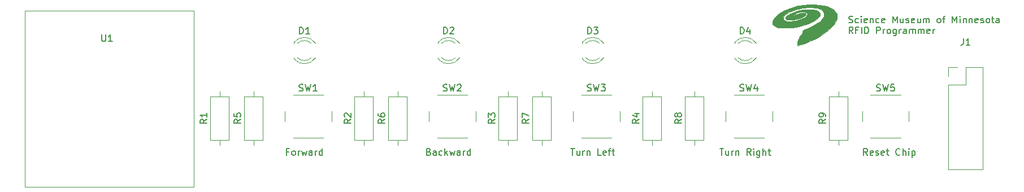
<source format=gto>
G04 #@! TF.GenerationSoftware,KiCad,Pcbnew,7.0.7*
G04 #@! TF.CreationDate,2023-09-28T15:47:22-05:00*
G04 #@! TF.ProjectId,iowa-rover-kiosk-programmer,696f7761-2d72-46f7-9665-722d6b696f73,rev?*
G04 #@! TF.SameCoordinates,Original*
G04 #@! TF.FileFunction,Legend,Top*
G04 #@! TF.FilePolarity,Positive*
%FSLAX46Y46*%
G04 Gerber Fmt 4.6, Leading zero omitted, Abs format (unit mm)*
G04 Created by KiCad (PCBNEW 7.0.7) date 2023-09-28 15:47:22*
%MOMM*%
%LPD*%
G01*
G04 APERTURE LIST*
%ADD10C,0.150000*%
%ADD11C,0.120000*%
%ADD12C,0.010000*%
%ADD13R,1.800000X1.800000*%
%ADD14C,1.800000*%
%ADD15C,1.600000*%
%ADD16O,1.600000X1.600000*%
%ADD17C,2.000000*%
%ADD18C,1.524000*%
%ADD19R,1.700000X1.700000*%
%ADD20O,1.700000X1.700000*%
G04 APERTURE END LIST*
D10*
X193329160Y-69452200D02*
X193472017Y-69499819D01*
X193472017Y-69499819D02*
X193710112Y-69499819D01*
X193710112Y-69499819D02*
X193805350Y-69452200D01*
X193805350Y-69452200D02*
X193852969Y-69404580D01*
X193852969Y-69404580D02*
X193900588Y-69309342D01*
X193900588Y-69309342D02*
X193900588Y-69214104D01*
X193900588Y-69214104D02*
X193852969Y-69118866D01*
X193852969Y-69118866D02*
X193805350Y-69071247D01*
X193805350Y-69071247D02*
X193710112Y-69023628D01*
X193710112Y-69023628D02*
X193519636Y-68976009D01*
X193519636Y-68976009D02*
X193424398Y-68928390D01*
X193424398Y-68928390D02*
X193376779Y-68880771D01*
X193376779Y-68880771D02*
X193329160Y-68785533D01*
X193329160Y-68785533D02*
X193329160Y-68690295D01*
X193329160Y-68690295D02*
X193376779Y-68595057D01*
X193376779Y-68595057D02*
X193424398Y-68547438D01*
X193424398Y-68547438D02*
X193519636Y-68499819D01*
X193519636Y-68499819D02*
X193757731Y-68499819D01*
X193757731Y-68499819D02*
X193900588Y-68547438D01*
X194757731Y-69452200D02*
X194662493Y-69499819D01*
X194662493Y-69499819D02*
X194472017Y-69499819D01*
X194472017Y-69499819D02*
X194376779Y-69452200D01*
X194376779Y-69452200D02*
X194329160Y-69404580D01*
X194329160Y-69404580D02*
X194281541Y-69309342D01*
X194281541Y-69309342D02*
X194281541Y-69023628D01*
X194281541Y-69023628D02*
X194329160Y-68928390D01*
X194329160Y-68928390D02*
X194376779Y-68880771D01*
X194376779Y-68880771D02*
X194472017Y-68833152D01*
X194472017Y-68833152D02*
X194662493Y-68833152D01*
X194662493Y-68833152D02*
X194757731Y-68880771D01*
X195186303Y-69499819D02*
X195186303Y-68833152D01*
X195186303Y-68499819D02*
X195138684Y-68547438D01*
X195138684Y-68547438D02*
X195186303Y-68595057D01*
X195186303Y-68595057D02*
X195233922Y-68547438D01*
X195233922Y-68547438D02*
X195186303Y-68499819D01*
X195186303Y-68499819D02*
X195186303Y-68595057D01*
X196043445Y-69452200D02*
X195948207Y-69499819D01*
X195948207Y-69499819D02*
X195757731Y-69499819D01*
X195757731Y-69499819D02*
X195662493Y-69452200D01*
X195662493Y-69452200D02*
X195614874Y-69356961D01*
X195614874Y-69356961D02*
X195614874Y-68976009D01*
X195614874Y-68976009D02*
X195662493Y-68880771D01*
X195662493Y-68880771D02*
X195757731Y-68833152D01*
X195757731Y-68833152D02*
X195948207Y-68833152D01*
X195948207Y-68833152D02*
X196043445Y-68880771D01*
X196043445Y-68880771D02*
X196091064Y-68976009D01*
X196091064Y-68976009D02*
X196091064Y-69071247D01*
X196091064Y-69071247D02*
X195614874Y-69166485D01*
X196519636Y-68833152D02*
X196519636Y-69499819D01*
X196519636Y-68928390D02*
X196567255Y-68880771D01*
X196567255Y-68880771D02*
X196662493Y-68833152D01*
X196662493Y-68833152D02*
X196805350Y-68833152D01*
X196805350Y-68833152D02*
X196900588Y-68880771D01*
X196900588Y-68880771D02*
X196948207Y-68976009D01*
X196948207Y-68976009D02*
X196948207Y-69499819D01*
X197852969Y-69452200D02*
X197757731Y-69499819D01*
X197757731Y-69499819D02*
X197567255Y-69499819D01*
X197567255Y-69499819D02*
X197472017Y-69452200D01*
X197472017Y-69452200D02*
X197424398Y-69404580D01*
X197424398Y-69404580D02*
X197376779Y-69309342D01*
X197376779Y-69309342D02*
X197376779Y-69023628D01*
X197376779Y-69023628D02*
X197424398Y-68928390D01*
X197424398Y-68928390D02*
X197472017Y-68880771D01*
X197472017Y-68880771D02*
X197567255Y-68833152D01*
X197567255Y-68833152D02*
X197757731Y-68833152D01*
X197757731Y-68833152D02*
X197852969Y-68880771D01*
X198662493Y-69452200D02*
X198567255Y-69499819D01*
X198567255Y-69499819D02*
X198376779Y-69499819D01*
X198376779Y-69499819D02*
X198281541Y-69452200D01*
X198281541Y-69452200D02*
X198233922Y-69356961D01*
X198233922Y-69356961D02*
X198233922Y-68976009D01*
X198233922Y-68976009D02*
X198281541Y-68880771D01*
X198281541Y-68880771D02*
X198376779Y-68833152D01*
X198376779Y-68833152D02*
X198567255Y-68833152D01*
X198567255Y-68833152D02*
X198662493Y-68880771D01*
X198662493Y-68880771D02*
X198710112Y-68976009D01*
X198710112Y-68976009D02*
X198710112Y-69071247D01*
X198710112Y-69071247D02*
X198233922Y-69166485D01*
X199900589Y-69499819D02*
X199900589Y-68499819D01*
X199900589Y-68499819D02*
X200233922Y-69214104D01*
X200233922Y-69214104D02*
X200567255Y-68499819D01*
X200567255Y-68499819D02*
X200567255Y-69499819D01*
X201472017Y-68833152D02*
X201472017Y-69499819D01*
X201043446Y-68833152D02*
X201043446Y-69356961D01*
X201043446Y-69356961D02*
X201091065Y-69452200D01*
X201091065Y-69452200D02*
X201186303Y-69499819D01*
X201186303Y-69499819D02*
X201329160Y-69499819D01*
X201329160Y-69499819D02*
X201424398Y-69452200D01*
X201424398Y-69452200D02*
X201472017Y-69404580D01*
X201900589Y-69452200D02*
X201995827Y-69499819D01*
X201995827Y-69499819D02*
X202186303Y-69499819D01*
X202186303Y-69499819D02*
X202281541Y-69452200D01*
X202281541Y-69452200D02*
X202329160Y-69356961D01*
X202329160Y-69356961D02*
X202329160Y-69309342D01*
X202329160Y-69309342D02*
X202281541Y-69214104D01*
X202281541Y-69214104D02*
X202186303Y-69166485D01*
X202186303Y-69166485D02*
X202043446Y-69166485D01*
X202043446Y-69166485D02*
X201948208Y-69118866D01*
X201948208Y-69118866D02*
X201900589Y-69023628D01*
X201900589Y-69023628D02*
X201900589Y-68976009D01*
X201900589Y-68976009D02*
X201948208Y-68880771D01*
X201948208Y-68880771D02*
X202043446Y-68833152D01*
X202043446Y-68833152D02*
X202186303Y-68833152D01*
X202186303Y-68833152D02*
X202281541Y-68880771D01*
X203138684Y-69452200D02*
X203043446Y-69499819D01*
X203043446Y-69499819D02*
X202852970Y-69499819D01*
X202852970Y-69499819D02*
X202757732Y-69452200D01*
X202757732Y-69452200D02*
X202710113Y-69356961D01*
X202710113Y-69356961D02*
X202710113Y-68976009D01*
X202710113Y-68976009D02*
X202757732Y-68880771D01*
X202757732Y-68880771D02*
X202852970Y-68833152D01*
X202852970Y-68833152D02*
X203043446Y-68833152D01*
X203043446Y-68833152D02*
X203138684Y-68880771D01*
X203138684Y-68880771D02*
X203186303Y-68976009D01*
X203186303Y-68976009D02*
X203186303Y-69071247D01*
X203186303Y-69071247D02*
X202710113Y-69166485D01*
X204043446Y-68833152D02*
X204043446Y-69499819D01*
X203614875Y-68833152D02*
X203614875Y-69356961D01*
X203614875Y-69356961D02*
X203662494Y-69452200D01*
X203662494Y-69452200D02*
X203757732Y-69499819D01*
X203757732Y-69499819D02*
X203900589Y-69499819D01*
X203900589Y-69499819D02*
X203995827Y-69452200D01*
X203995827Y-69452200D02*
X204043446Y-69404580D01*
X204519637Y-69499819D02*
X204519637Y-68833152D01*
X204519637Y-68928390D02*
X204567256Y-68880771D01*
X204567256Y-68880771D02*
X204662494Y-68833152D01*
X204662494Y-68833152D02*
X204805351Y-68833152D01*
X204805351Y-68833152D02*
X204900589Y-68880771D01*
X204900589Y-68880771D02*
X204948208Y-68976009D01*
X204948208Y-68976009D02*
X204948208Y-69499819D01*
X204948208Y-68976009D02*
X204995827Y-68880771D01*
X204995827Y-68880771D02*
X205091065Y-68833152D01*
X205091065Y-68833152D02*
X205233922Y-68833152D01*
X205233922Y-68833152D02*
X205329161Y-68880771D01*
X205329161Y-68880771D02*
X205376780Y-68976009D01*
X205376780Y-68976009D02*
X205376780Y-69499819D01*
X206757732Y-69499819D02*
X206662494Y-69452200D01*
X206662494Y-69452200D02*
X206614875Y-69404580D01*
X206614875Y-69404580D02*
X206567256Y-69309342D01*
X206567256Y-69309342D02*
X206567256Y-69023628D01*
X206567256Y-69023628D02*
X206614875Y-68928390D01*
X206614875Y-68928390D02*
X206662494Y-68880771D01*
X206662494Y-68880771D02*
X206757732Y-68833152D01*
X206757732Y-68833152D02*
X206900589Y-68833152D01*
X206900589Y-68833152D02*
X206995827Y-68880771D01*
X206995827Y-68880771D02*
X207043446Y-68928390D01*
X207043446Y-68928390D02*
X207091065Y-69023628D01*
X207091065Y-69023628D02*
X207091065Y-69309342D01*
X207091065Y-69309342D02*
X207043446Y-69404580D01*
X207043446Y-69404580D02*
X206995827Y-69452200D01*
X206995827Y-69452200D02*
X206900589Y-69499819D01*
X206900589Y-69499819D02*
X206757732Y-69499819D01*
X207376780Y-68833152D02*
X207757732Y-68833152D01*
X207519637Y-69499819D02*
X207519637Y-68642676D01*
X207519637Y-68642676D02*
X207567256Y-68547438D01*
X207567256Y-68547438D02*
X207662494Y-68499819D01*
X207662494Y-68499819D02*
X207757732Y-68499819D01*
X208852971Y-69499819D02*
X208852971Y-68499819D01*
X208852971Y-68499819D02*
X209186304Y-69214104D01*
X209186304Y-69214104D02*
X209519637Y-68499819D01*
X209519637Y-68499819D02*
X209519637Y-69499819D01*
X209995828Y-69499819D02*
X209995828Y-68833152D01*
X209995828Y-68499819D02*
X209948209Y-68547438D01*
X209948209Y-68547438D02*
X209995828Y-68595057D01*
X209995828Y-68595057D02*
X210043447Y-68547438D01*
X210043447Y-68547438D02*
X209995828Y-68499819D01*
X209995828Y-68499819D02*
X209995828Y-68595057D01*
X210472018Y-68833152D02*
X210472018Y-69499819D01*
X210472018Y-68928390D02*
X210519637Y-68880771D01*
X210519637Y-68880771D02*
X210614875Y-68833152D01*
X210614875Y-68833152D02*
X210757732Y-68833152D01*
X210757732Y-68833152D02*
X210852970Y-68880771D01*
X210852970Y-68880771D02*
X210900589Y-68976009D01*
X210900589Y-68976009D02*
X210900589Y-69499819D01*
X211376780Y-68833152D02*
X211376780Y-69499819D01*
X211376780Y-68928390D02*
X211424399Y-68880771D01*
X211424399Y-68880771D02*
X211519637Y-68833152D01*
X211519637Y-68833152D02*
X211662494Y-68833152D01*
X211662494Y-68833152D02*
X211757732Y-68880771D01*
X211757732Y-68880771D02*
X211805351Y-68976009D01*
X211805351Y-68976009D02*
X211805351Y-69499819D01*
X212662494Y-69452200D02*
X212567256Y-69499819D01*
X212567256Y-69499819D02*
X212376780Y-69499819D01*
X212376780Y-69499819D02*
X212281542Y-69452200D01*
X212281542Y-69452200D02*
X212233923Y-69356961D01*
X212233923Y-69356961D02*
X212233923Y-68976009D01*
X212233923Y-68976009D02*
X212281542Y-68880771D01*
X212281542Y-68880771D02*
X212376780Y-68833152D01*
X212376780Y-68833152D02*
X212567256Y-68833152D01*
X212567256Y-68833152D02*
X212662494Y-68880771D01*
X212662494Y-68880771D02*
X212710113Y-68976009D01*
X212710113Y-68976009D02*
X212710113Y-69071247D01*
X212710113Y-69071247D02*
X212233923Y-69166485D01*
X213091066Y-69452200D02*
X213186304Y-69499819D01*
X213186304Y-69499819D02*
X213376780Y-69499819D01*
X213376780Y-69499819D02*
X213472018Y-69452200D01*
X213472018Y-69452200D02*
X213519637Y-69356961D01*
X213519637Y-69356961D02*
X213519637Y-69309342D01*
X213519637Y-69309342D02*
X213472018Y-69214104D01*
X213472018Y-69214104D02*
X213376780Y-69166485D01*
X213376780Y-69166485D02*
X213233923Y-69166485D01*
X213233923Y-69166485D02*
X213138685Y-69118866D01*
X213138685Y-69118866D02*
X213091066Y-69023628D01*
X213091066Y-69023628D02*
X213091066Y-68976009D01*
X213091066Y-68976009D02*
X213138685Y-68880771D01*
X213138685Y-68880771D02*
X213233923Y-68833152D01*
X213233923Y-68833152D02*
X213376780Y-68833152D01*
X213376780Y-68833152D02*
X213472018Y-68880771D01*
X214091066Y-69499819D02*
X213995828Y-69452200D01*
X213995828Y-69452200D02*
X213948209Y-69404580D01*
X213948209Y-69404580D02*
X213900590Y-69309342D01*
X213900590Y-69309342D02*
X213900590Y-69023628D01*
X213900590Y-69023628D02*
X213948209Y-68928390D01*
X213948209Y-68928390D02*
X213995828Y-68880771D01*
X213995828Y-68880771D02*
X214091066Y-68833152D01*
X214091066Y-68833152D02*
X214233923Y-68833152D01*
X214233923Y-68833152D02*
X214329161Y-68880771D01*
X214329161Y-68880771D02*
X214376780Y-68928390D01*
X214376780Y-68928390D02*
X214424399Y-69023628D01*
X214424399Y-69023628D02*
X214424399Y-69309342D01*
X214424399Y-69309342D02*
X214376780Y-69404580D01*
X214376780Y-69404580D02*
X214329161Y-69452200D01*
X214329161Y-69452200D02*
X214233923Y-69499819D01*
X214233923Y-69499819D02*
X214091066Y-69499819D01*
X214710114Y-68833152D02*
X215091066Y-68833152D01*
X214852971Y-68499819D02*
X214852971Y-69356961D01*
X214852971Y-69356961D02*
X214900590Y-69452200D01*
X214900590Y-69452200D02*
X214995828Y-69499819D01*
X214995828Y-69499819D02*
X215091066Y-69499819D01*
X215852971Y-69499819D02*
X215852971Y-68976009D01*
X215852971Y-68976009D02*
X215805352Y-68880771D01*
X215805352Y-68880771D02*
X215710114Y-68833152D01*
X215710114Y-68833152D02*
X215519638Y-68833152D01*
X215519638Y-68833152D02*
X215424400Y-68880771D01*
X215852971Y-69452200D02*
X215757733Y-69499819D01*
X215757733Y-69499819D02*
X215519638Y-69499819D01*
X215519638Y-69499819D02*
X215424400Y-69452200D01*
X215424400Y-69452200D02*
X215376781Y-69356961D01*
X215376781Y-69356961D02*
X215376781Y-69261723D01*
X215376781Y-69261723D02*
X215424400Y-69166485D01*
X215424400Y-69166485D02*
X215519638Y-69118866D01*
X215519638Y-69118866D02*
X215757733Y-69118866D01*
X215757733Y-69118866D02*
X215852971Y-69071247D01*
X193948207Y-71109819D02*
X193614874Y-70633628D01*
X193376779Y-71109819D02*
X193376779Y-70109819D01*
X193376779Y-70109819D02*
X193757731Y-70109819D01*
X193757731Y-70109819D02*
X193852969Y-70157438D01*
X193852969Y-70157438D02*
X193900588Y-70205057D01*
X193900588Y-70205057D02*
X193948207Y-70300295D01*
X193948207Y-70300295D02*
X193948207Y-70443152D01*
X193948207Y-70443152D02*
X193900588Y-70538390D01*
X193900588Y-70538390D02*
X193852969Y-70586009D01*
X193852969Y-70586009D02*
X193757731Y-70633628D01*
X193757731Y-70633628D02*
X193376779Y-70633628D01*
X194710112Y-70586009D02*
X194376779Y-70586009D01*
X194376779Y-71109819D02*
X194376779Y-70109819D01*
X194376779Y-70109819D02*
X194852969Y-70109819D01*
X195233922Y-71109819D02*
X195233922Y-70109819D01*
X195710112Y-71109819D02*
X195710112Y-70109819D01*
X195710112Y-70109819D02*
X195948207Y-70109819D01*
X195948207Y-70109819D02*
X196091064Y-70157438D01*
X196091064Y-70157438D02*
X196186302Y-70252676D01*
X196186302Y-70252676D02*
X196233921Y-70347914D01*
X196233921Y-70347914D02*
X196281540Y-70538390D01*
X196281540Y-70538390D02*
X196281540Y-70681247D01*
X196281540Y-70681247D02*
X196233921Y-70871723D01*
X196233921Y-70871723D02*
X196186302Y-70966961D01*
X196186302Y-70966961D02*
X196091064Y-71062200D01*
X196091064Y-71062200D02*
X195948207Y-71109819D01*
X195948207Y-71109819D02*
X195710112Y-71109819D01*
X197472017Y-71109819D02*
X197472017Y-70109819D01*
X197472017Y-70109819D02*
X197852969Y-70109819D01*
X197852969Y-70109819D02*
X197948207Y-70157438D01*
X197948207Y-70157438D02*
X197995826Y-70205057D01*
X197995826Y-70205057D02*
X198043445Y-70300295D01*
X198043445Y-70300295D02*
X198043445Y-70443152D01*
X198043445Y-70443152D02*
X197995826Y-70538390D01*
X197995826Y-70538390D02*
X197948207Y-70586009D01*
X197948207Y-70586009D02*
X197852969Y-70633628D01*
X197852969Y-70633628D02*
X197472017Y-70633628D01*
X198472017Y-71109819D02*
X198472017Y-70443152D01*
X198472017Y-70633628D02*
X198519636Y-70538390D01*
X198519636Y-70538390D02*
X198567255Y-70490771D01*
X198567255Y-70490771D02*
X198662493Y-70443152D01*
X198662493Y-70443152D02*
X198757731Y-70443152D01*
X199233922Y-71109819D02*
X199138684Y-71062200D01*
X199138684Y-71062200D02*
X199091065Y-71014580D01*
X199091065Y-71014580D02*
X199043446Y-70919342D01*
X199043446Y-70919342D02*
X199043446Y-70633628D01*
X199043446Y-70633628D02*
X199091065Y-70538390D01*
X199091065Y-70538390D02*
X199138684Y-70490771D01*
X199138684Y-70490771D02*
X199233922Y-70443152D01*
X199233922Y-70443152D02*
X199376779Y-70443152D01*
X199376779Y-70443152D02*
X199472017Y-70490771D01*
X199472017Y-70490771D02*
X199519636Y-70538390D01*
X199519636Y-70538390D02*
X199567255Y-70633628D01*
X199567255Y-70633628D02*
X199567255Y-70919342D01*
X199567255Y-70919342D02*
X199519636Y-71014580D01*
X199519636Y-71014580D02*
X199472017Y-71062200D01*
X199472017Y-71062200D02*
X199376779Y-71109819D01*
X199376779Y-71109819D02*
X199233922Y-71109819D01*
X200424398Y-70443152D02*
X200424398Y-71252676D01*
X200424398Y-71252676D02*
X200376779Y-71347914D01*
X200376779Y-71347914D02*
X200329160Y-71395533D01*
X200329160Y-71395533D02*
X200233922Y-71443152D01*
X200233922Y-71443152D02*
X200091065Y-71443152D01*
X200091065Y-71443152D02*
X199995827Y-71395533D01*
X200424398Y-71062200D02*
X200329160Y-71109819D01*
X200329160Y-71109819D02*
X200138684Y-71109819D01*
X200138684Y-71109819D02*
X200043446Y-71062200D01*
X200043446Y-71062200D02*
X199995827Y-71014580D01*
X199995827Y-71014580D02*
X199948208Y-70919342D01*
X199948208Y-70919342D02*
X199948208Y-70633628D01*
X199948208Y-70633628D02*
X199995827Y-70538390D01*
X199995827Y-70538390D02*
X200043446Y-70490771D01*
X200043446Y-70490771D02*
X200138684Y-70443152D01*
X200138684Y-70443152D02*
X200329160Y-70443152D01*
X200329160Y-70443152D02*
X200424398Y-70490771D01*
X200900589Y-71109819D02*
X200900589Y-70443152D01*
X200900589Y-70633628D02*
X200948208Y-70538390D01*
X200948208Y-70538390D02*
X200995827Y-70490771D01*
X200995827Y-70490771D02*
X201091065Y-70443152D01*
X201091065Y-70443152D02*
X201186303Y-70443152D01*
X201948208Y-71109819D02*
X201948208Y-70586009D01*
X201948208Y-70586009D02*
X201900589Y-70490771D01*
X201900589Y-70490771D02*
X201805351Y-70443152D01*
X201805351Y-70443152D02*
X201614875Y-70443152D01*
X201614875Y-70443152D02*
X201519637Y-70490771D01*
X201948208Y-71062200D02*
X201852970Y-71109819D01*
X201852970Y-71109819D02*
X201614875Y-71109819D01*
X201614875Y-71109819D02*
X201519637Y-71062200D01*
X201519637Y-71062200D02*
X201472018Y-70966961D01*
X201472018Y-70966961D02*
X201472018Y-70871723D01*
X201472018Y-70871723D02*
X201519637Y-70776485D01*
X201519637Y-70776485D02*
X201614875Y-70728866D01*
X201614875Y-70728866D02*
X201852970Y-70728866D01*
X201852970Y-70728866D02*
X201948208Y-70681247D01*
X202424399Y-71109819D02*
X202424399Y-70443152D01*
X202424399Y-70538390D02*
X202472018Y-70490771D01*
X202472018Y-70490771D02*
X202567256Y-70443152D01*
X202567256Y-70443152D02*
X202710113Y-70443152D01*
X202710113Y-70443152D02*
X202805351Y-70490771D01*
X202805351Y-70490771D02*
X202852970Y-70586009D01*
X202852970Y-70586009D02*
X202852970Y-71109819D01*
X202852970Y-70586009D02*
X202900589Y-70490771D01*
X202900589Y-70490771D02*
X202995827Y-70443152D01*
X202995827Y-70443152D02*
X203138684Y-70443152D01*
X203138684Y-70443152D02*
X203233923Y-70490771D01*
X203233923Y-70490771D02*
X203281542Y-70586009D01*
X203281542Y-70586009D02*
X203281542Y-71109819D01*
X203757732Y-71109819D02*
X203757732Y-70443152D01*
X203757732Y-70538390D02*
X203805351Y-70490771D01*
X203805351Y-70490771D02*
X203900589Y-70443152D01*
X203900589Y-70443152D02*
X204043446Y-70443152D01*
X204043446Y-70443152D02*
X204138684Y-70490771D01*
X204138684Y-70490771D02*
X204186303Y-70586009D01*
X204186303Y-70586009D02*
X204186303Y-71109819D01*
X204186303Y-70586009D02*
X204233922Y-70490771D01*
X204233922Y-70490771D02*
X204329160Y-70443152D01*
X204329160Y-70443152D02*
X204472017Y-70443152D01*
X204472017Y-70443152D02*
X204567256Y-70490771D01*
X204567256Y-70490771D02*
X204614875Y-70586009D01*
X204614875Y-70586009D02*
X204614875Y-71109819D01*
X205472017Y-71062200D02*
X205376779Y-71109819D01*
X205376779Y-71109819D02*
X205186303Y-71109819D01*
X205186303Y-71109819D02*
X205091065Y-71062200D01*
X205091065Y-71062200D02*
X205043446Y-70966961D01*
X205043446Y-70966961D02*
X205043446Y-70586009D01*
X205043446Y-70586009D02*
X205091065Y-70490771D01*
X205091065Y-70490771D02*
X205186303Y-70443152D01*
X205186303Y-70443152D02*
X205376779Y-70443152D01*
X205376779Y-70443152D02*
X205472017Y-70490771D01*
X205472017Y-70490771D02*
X205519636Y-70586009D01*
X205519636Y-70586009D02*
X205519636Y-70681247D01*
X205519636Y-70681247D02*
X205043446Y-70776485D01*
X205948208Y-71109819D02*
X205948208Y-70443152D01*
X205948208Y-70633628D02*
X205995827Y-70538390D01*
X205995827Y-70538390D02*
X206043446Y-70490771D01*
X206043446Y-70490771D02*
X206138684Y-70443152D01*
X206138684Y-70443152D02*
X206233922Y-70443152D01*
X196128094Y-89354819D02*
X195794761Y-88878628D01*
X195556666Y-89354819D02*
X195556666Y-88354819D01*
X195556666Y-88354819D02*
X195937618Y-88354819D01*
X195937618Y-88354819D02*
X196032856Y-88402438D01*
X196032856Y-88402438D02*
X196080475Y-88450057D01*
X196080475Y-88450057D02*
X196128094Y-88545295D01*
X196128094Y-88545295D02*
X196128094Y-88688152D01*
X196128094Y-88688152D02*
X196080475Y-88783390D01*
X196080475Y-88783390D02*
X196032856Y-88831009D01*
X196032856Y-88831009D02*
X195937618Y-88878628D01*
X195937618Y-88878628D02*
X195556666Y-88878628D01*
X196937618Y-89307200D02*
X196842380Y-89354819D01*
X196842380Y-89354819D02*
X196651904Y-89354819D01*
X196651904Y-89354819D02*
X196556666Y-89307200D01*
X196556666Y-89307200D02*
X196509047Y-89211961D01*
X196509047Y-89211961D02*
X196509047Y-88831009D01*
X196509047Y-88831009D02*
X196556666Y-88735771D01*
X196556666Y-88735771D02*
X196651904Y-88688152D01*
X196651904Y-88688152D02*
X196842380Y-88688152D01*
X196842380Y-88688152D02*
X196937618Y-88735771D01*
X196937618Y-88735771D02*
X196985237Y-88831009D01*
X196985237Y-88831009D02*
X196985237Y-88926247D01*
X196985237Y-88926247D02*
X196509047Y-89021485D01*
X197366190Y-89307200D02*
X197461428Y-89354819D01*
X197461428Y-89354819D02*
X197651904Y-89354819D01*
X197651904Y-89354819D02*
X197747142Y-89307200D01*
X197747142Y-89307200D02*
X197794761Y-89211961D01*
X197794761Y-89211961D02*
X197794761Y-89164342D01*
X197794761Y-89164342D02*
X197747142Y-89069104D01*
X197747142Y-89069104D02*
X197651904Y-89021485D01*
X197651904Y-89021485D02*
X197509047Y-89021485D01*
X197509047Y-89021485D02*
X197413809Y-88973866D01*
X197413809Y-88973866D02*
X197366190Y-88878628D01*
X197366190Y-88878628D02*
X197366190Y-88831009D01*
X197366190Y-88831009D02*
X197413809Y-88735771D01*
X197413809Y-88735771D02*
X197509047Y-88688152D01*
X197509047Y-88688152D02*
X197651904Y-88688152D01*
X197651904Y-88688152D02*
X197747142Y-88735771D01*
X198604285Y-89307200D02*
X198509047Y-89354819D01*
X198509047Y-89354819D02*
X198318571Y-89354819D01*
X198318571Y-89354819D02*
X198223333Y-89307200D01*
X198223333Y-89307200D02*
X198175714Y-89211961D01*
X198175714Y-89211961D02*
X198175714Y-88831009D01*
X198175714Y-88831009D02*
X198223333Y-88735771D01*
X198223333Y-88735771D02*
X198318571Y-88688152D01*
X198318571Y-88688152D02*
X198509047Y-88688152D01*
X198509047Y-88688152D02*
X198604285Y-88735771D01*
X198604285Y-88735771D02*
X198651904Y-88831009D01*
X198651904Y-88831009D02*
X198651904Y-88926247D01*
X198651904Y-88926247D02*
X198175714Y-89021485D01*
X198937619Y-88688152D02*
X199318571Y-88688152D01*
X199080476Y-88354819D02*
X199080476Y-89211961D01*
X199080476Y-89211961D02*
X199128095Y-89307200D01*
X199128095Y-89307200D02*
X199223333Y-89354819D01*
X199223333Y-89354819D02*
X199318571Y-89354819D01*
X200985238Y-89259580D02*
X200937619Y-89307200D01*
X200937619Y-89307200D02*
X200794762Y-89354819D01*
X200794762Y-89354819D02*
X200699524Y-89354819D01*
X200699524Y-89354819D02*
X200556667Y-89307200D01*
X200556667Y-89307200D02*
X200461429Y-89211961D01*
X200461429Y-89211961D02*
X200413810Y-89116723D01*
X200413810Y-89116723D02*
X200366191Y-88926247D01*
X200366191Y-88926247D02*
X200366191Y-88783390D01*
X200366191Y-88783390D02*
X200413810Y-88592914D01*
X200413810Y-88592914D02*
X200461429Y-88497676D01*
X200461429Y-88497676D02*
X200556667Y-88402438D01*
X200556667Y-88402438D02*
X200699524Y-88354819D01*
X200699524Y-88354819D02*
X200794762Y-88354819D01*
X200794762Y-88354819D02*
X200937619Y-88402438D01*
X200937619Y-88402438D02*
X200985238Y-88450057D01*
X201413810Y-89354819D02*
X201413810Y-88354819D01*
X201842381Y-89354819D02*
X201842381Y-88831009D01*
X201842381Y-88831009D02*
X201794762Y-88735771D01*
X201794762Y-88735771D02*
X201699524Y-88688152D01*
X201699524Y-88688152D02*
X201556667Y-88688152D01*
X201556667Y-88688152D02*
X201461429Y-88735771D01*
X201461429Y-88735771D02*
X201413810Y-88783390D01*
X202318572Y-89354819D02*
X202318572Y-88688152D01*
X202318572Y-88354819D02*
X202270953Y-88402438D01*
X202270953Y-88402438D02*
X202318572Y-88450057D01*
X202318572Y-88450057D02*
X202366191Y-88402438D01*
X202366191Y-88402438D02*
X202318572Y-88354819D01*
X202318572Y-88354819D02*
X202318572Y-88450057D01*
X202794762Y-88688152D02*
X202794762Y-89688152D01*
X202794762Y-88735771D02*
X202890000Y-88688152D01*
X202890000Y-88688152D02*
X203080476Y-88688152D01*
X203080476Y-88688152D02*
X203175714Y-88735771D01*
X203175714Y-88735771D02*
X203223333Y-88783390D01*
X203223333Y-88783390D02*
X203270952Y-88878628D01*
X203270952Y-88878628D02*
X203270952Y-89164342D01*
X203270952Y-89164342D02*
X203223333Y-89259580D01*
X203223333Y-89259580D02*
X203175714Y-89307200D01*
X203175714Y-89307200D02*
X203080476Y-89354819D01*
X203080476Y-89354819D02*
X202890000Y-89354819D01*
X202890000Y-89354819D02*
X202794762Y-89307200D01*
X130397618Y-88831009D02*
X130540475Y-88878628D01*
X130540475Y-88878628D02*
X130588094Y-88926247D01*
X130588094Y-88926247D02*
X130635713Y-89021485D01*
X130635713Y-89021485D02*
X130635713Y-89164342D01*
X130635713Y-89164342D02*
X130588094Y-89259580D01*
X130588094Y-89259580D02*
X130540475Y-89307200D01*
X130540475Y-89307200D02*
X130445237Y-89354819D01*
X130445237Y-89354819D02*
X130064285Y-89354819D01*
X130064285Y-89354819D02*
X130064285Y-88354819D01*
X130064285Y-88354819D02*
X130397618Y-88354819D01*
X130397618Y-88354819D02*
X130492856Y-88402438D01*
X130492856Y-88402438D02*
X130540475Y-88450057D01*
X130540475Y-88450057D02*
X130588094Y-88545295D01*
X130588094Y-88545295D02*
X130588094Y-88640533D01*
X130588094Y-88640533D02*
X130540475Y-88735771D01*
X130540475Y-88735771D02*
X130492856Y-88783390D01*
X130492856Y-88783390D02*
X130397618Y-88831009D01*
X130397618Y-88831009D02*
X130064285Y-88831009D01*
X131492856Y-89354819D02*
X131492856Y-88831009D01*
X131492856Y-88831009D02*
X131445237Y-88735771D01*
X131445237Y-88735771D02*
X131349999Y-88688152D01*
X131349999Y-88688152D02*
X131159523Y-88688152D01*
X131159523Y-88688152D02*
X131064285Y-88735771D01*
X131492856Y-89307200D02*
X131397618Y-89354819D01*
X131397618Y-89354819D02*
X131159523Y-89354819D01*
X131159523Y-89354819D02*
X131064285Y-89307200D01*
X131064285Y-89307200D02*
X131016666Y-89211961D01*
X131016666Y-89211961D02*
X131016666Y-89116723D01*
X131016666Y-89116723D02*
X131064285Y-89021485D01*
X131064285Y-89021485D02*
X131159523Y-88973866D01*
X131159523Y-88973866D02*
X131397618Y-88973866D01*
X131397618Y-88973866D02*
X131492856Y-88926247D01*
X132397618Y-89307200D02*
X132302380Y-89354819D01*
X132302380Y-89354819D02*
X132111904Y-89354819D01*
X132111904Y-89354819D02*
X132016666Y-89307200D01*
X132016666Y-89307200D02*
X131969047Y-89259580D01*
X131969047Y-89259580D02*
X131921428Y-89164342D01*
X131921428Y-89164342D02*
X131921428Y-88878628D01*
X131921428Y-88878628D02*
X131969047Y-88783390D01*
X131969047Y-88783390D02*
X132016666Y-88735771D01*
X132016666Y-88735771D02*
X132111904Y-88688152D01*
X132111904Y-88688152D02*
X132302380Y-88688152D01*
X132302380Y-88688152D02*
X132397618Y-88735771D01*
X132826190Y-89354819D02*
X132826190Y-88354819D01*
X132921428Y-88973866D02*
X133207142Y-89354819D01*
X133207142Y-88688152D02*
X132826190Y-89069104D01*
X133540476Y-88688152D02*
X133730952Y-89354819D01*
X133730952Y-89354819D02*
X133921428Y-88878628D01*
X133921428Y-88878628D02*
X134111904Y-89354819D01*
X134111904Y-89354819D02*
X134302380Y-88688152D01*
X135111904Y-89354819D02*
X135111904Y-88831009D01*
X135111904Y-88831009D02*
X135064285Y-88735771D01*
X135064285Y-88735771D02*
X134969047Y-88688152D01*
X134969047Y-88688152D02*
X134778571Y-88688152D01*
X134778571Y-88688152D02*
X134683333Y-88735771D01*
X135111904Y-89307200D02*
X135016666Y-89354819D01*
X135016666Y-89354819D02*
X134778571Y-89354819D01*
X134778571Y-89354819D02*
X134683333Y-89307200D01*
X134683333Y-89307200D02*
X134635714Y-89211961D01*
X134635714Y-89211961D02*
X134635714Y-89116723D01*
X134635714Y-89116723D02*
X134683333Y-89021485D01*
X134683333Y-89021485D02*
X134778571Y-88973866D01*
X134778571Y-88973866D02*
X135016666Y-88973866D01*
X135016666Y-88973866D02*
X135111904Y-88926247D01*
X135588095Y-89354819D02*
X135588095Y-88688152D01*
X135588095Y-88878628D02*
X135635714Y-88783390D01*
X135635714Y-88783390D02*
X135683333Y-88735771D01*
X135683333Y-88735771D02*
X135778571Y-88688152D01*
X135778571Y-88688152D02*
X135873809Y-88688152D01*
X136635714Y-89354819D02*
X136635714Y-88354819D01*
X136635714Y-89307200D02*
X136540476Y-89354819D01*
X136540476Y-89354819D02*
X136350000Y-89354819D01*
X136350000Y-89354819D02*
X136254762Y-89307200D01*
X136254762Y-89307200D02*
X136207143Y-89259580D01*
X136207143Y-89259580D02*
X136159524Y-89164342D01*
X136159524Y-89164342D02*
X136159524Y-88878628D01*
X136159524Y-88878628D02*
X136207143Y-88783390D01*
X136207143Y-88783390D02*
X136254762Y-88735771D01*
X136254762Y-88735771D02*
X136350000Y-88688152D01*
X136350000Y-88688152D02*
X136540476Y-88688152D01*
X136540476Y-88688152D02*
X136635714Y-88735771D01*
X109402856Y-88831009D02*
X109069523Y-88831009D01*
X109069523Y-89354819D02*
X109069523Y-88354819D01*
X109069523Y-88354819D02*
X109545713Y-88354819D01*
X110069523Y-89354819D02*
X109974285Y-89307200D01*
X109974285Y-89307200D02*
X109926666Y-89259580D01*
X109926666Y-89259580D02*
X109879047Y-89164342D01*
X109879047Y-89164342D02*
X109879047Y-88878628D01*
X109879047Y-88878628D02*
X109926666Y-88783390D01*
X109926666Y-88783390D02*
X109974285Y-88735771D01*
X109974285Y-88735771D02*
X110069523Y-88688152D01*
X110069523Y-88688152D02*
X110212380Y-88688152D01*
X110212380Y-88688152D02*
X110307618Y-88735771D01*
X110307618Y-88735771D02*
X110355237Y-88783390D01*
X110355237Y-88783390D02*
X110402856Y-88878628D01*
X110402856Y-88878628D02*
X110402856Y-89164342D01*
X110402856Y-89164342D02*
X110355237Y-89259580D01*
X110355237Y-89259580D02*
X110307618Y-89307200D01*
X110307618Y-89307200D02*
X110212380Y-89354819D01*
X110212380Y-89354819D02*
X110069523Y-89354819D01*
X110831428Y-89354819D02*
X110831428Y-88688152D01*
X110831428Y-88878628D02*
X110879047Y-88783390D01*
X110879047Y-88783390D02*
X110926666Y-88735771D01*
X110926666Y-88735771D02*
X111021904Y-88688152D01*
X111021904Y-88688152D02*
X111117142Y-88688152D01*
X111355238Y-88688152D02*
X111545714Y-89354819D01*
X111545714Y-89354819D02*
X111736190Y-88878628D01*
X111736190Y-88878628D02*
X111926666Y-89354819D01*
X111926666Y-89354819D02*
X112117142Y-88688152D01*
X112926666Y-89354819D02*
X112926666Y-88831009D01*
X112926666Y-88831009D02*
X112879047Y-88735771D01*
X112879047Y-88735771D02*
X112783809Y-88688152D01*
X112783809Y-88688152D02*
X112593333Y-88688152D01*
X112593333Y-88688152D02*
X112498095Y-88735771D01*
X112926666Y-89307200D02*
X112831428Y-89354819D01*
X112831428Y-89354819D02*
X112593333Y-89354819D01*
X112593333Y-89354819D02*
X112498095Y-89307200D01*
X112498095Y-89307200D02*
X112450476Y-89211961D01*
X112450476Y-89211961D02*
X112450476Y-89116723D01*
X112450476Y-89116723D02*
X112498095Y-89021485D01*
X112498095Y-89021485D02*
X112593333Y-88973866D01*
X112593333Y-88973866D02*
X112831428Y-88973866D01*
X112831428Y-88973866D02*
X112926666Y-88926247D01*
X113402857Y-89354819D02*
X113402857Y-88688152D01*
X113402857Y-88878628D02*
X113450476Y-88783390D01*
X113450476Y-88783390D02*
X113498095Y-88735771D01*
X113498095Y-88735771D02*
X113593333Y-88688152D01*
X113593333Y-88688152D02*
X113688571Y-88688152D01*
X114450476Y-89354819D02*
X114450476Y-88354819D01*
X114450476Y-89307200D02*
X114355238Y-89354819D01*
X114355238Y-89354819D02*
X114164762Y-89354819D01*
X114164762Y-89354819D02*
X114069524Y-89307200D01*
X114069524Y-89307200D02*
X114021905Y-89259580D01*
X114021905Y-89259580D02*
X113974286Y-89164342D01*
X113974286Y-89164342D02*
X113974286Y-88878628D01*
X113974286Y-88878628D02*
X114021905Y-88783390D01*
X114021905Y-88783390D02*
X114069524Y-88735771D01*
X114069524Y-88735771D02*
X114164762Y-88688152D01*
X114164762Y-88688152D02*
X114355238Y-88688152D01*
X114355238Y-88688152D02*
X114450476Y-88735771D01*
X173990476Y-88354819D02*
X174561904Y-88354819D01*
X174276190Y-89354819D02*
X174276190Y-88354819D01*
X175323809Y-88688152D02*
X175323809Y-89354819D01*
X174895238Y-88688152D02*
X174895238Y-89211961D01*
X174895238Y-89211961D02*
X174942857Y-89307200D01*
X174942857Y-89307200D02*
X175038095Y-89354819D01*
X175038095Y-89354819D02*
X175180952Y-89354819D01*
X175180952Y-89354819D02*
X175276190Y-89307200D01*
X175276190Y-89307200D02*
X175323809Y-89259580D01*
X175800000Y-89354819D02*
X175800000Y-88688152D01*
X175800000Y-88878628D02*
X175847619Y-88783390D01*
X175847619Y-88783390D02*
X175895238Y-88735771D01*
X175895238Y-88735771D02*
X175990476Y-88688152D01*
X175990476Y-88688152D02*
X176085714Y-88688152D01*
X176419048Y-88688152D02*
X176419048Y-89354819D01*
X176419048Y-88783390D02*
X176466667Y-88735771D01*
X176466667Y-88735771D02*
X176561905Y-88688152D01*
X176561905Y-88688152D02*
X176704762Y-88688152D01*
X176704762Y-88688152D02*
X176800000Y-88735771D01*
X176800000Y-88735771D02*
X176847619Y-88831009D01*
X176847619Y-88831009D02*
X176847619Y-89354819D01*
X178657143Y-89354819D02*
X178323810Y-88878628D01*
X178085715Y-89354819D02*
X178085715Y-88354819D01*
X178085715Y-88354819D02*
X178466667Y-88354819D01*
X178466667Y-88354819D02*
X178561905Y-88402438D01*
X178561905Y-88402438D02*
X178609524Y-88450057D01*
X178609524Y-88450057D02*
X178657143Y-88545295D01*
X178657143Y-88545295D02*
X178657143Y-88688152D01*
X178657143Y-88688152D02*
X178609524Y-88783390D01*
X178609524Y-88783390D02*
X178561905Y-88831009D01*
X178561905Y-88831009D02*
X178466667Y-88878628D01*
X178466667Y-88878628D02*
X178085715Y-88878628D01*
X179085715Y-89354819D02*
X179085715Y-88688152D01*
X179085715Y-88354819D02*
X179038096Y-88402438D01*
X179038096Y-88402438D02*
X179085715Y-88450057D01*
X179085715Y-88450057D02*
X179133334Y-88402438D01*
X179133334Y-88402438D02*
X179085715Y-88354819D01*
X179085715Y-88354819D02*
X179085715Y-88450057D01*
X179990476Y-88688152D02*
X179990476Y-89497676D01*
X179990476Y-89497676D02*
X179942857Y-89592914D01*
X179942857Y-89592914D02*
X179895238Y-89640533D01*
X179895238Y-89640533D02*
X179800000Y-89688152D01*
X179800000Y-89688152D02*
X179657143Y-89688152D01*
X179657143Y-89688152D02*
X179561905Y-89640533D01*
X179990476Y-89307200D02*
X179895238Y-89354819D01*
X179895238Y-89354819D02*
X179704762Y-89354819D01*
X179704762Y-89354819D02*
X179609524Y-89307200D01*
X179609524Y-89307200D02*
X179561905Y-89259580D01*
X179561905Y-89259580D02*
X179514286Y-89164342D01*
X179514286Y-89164342D02*
X179514286Y-88878628D01*
X179514286Y-88878628D02*
X179561905Y-88783390D01*
X179561905Y-88783390D02*
X179609524Y-88735771D01*
X179609524Y-88735771D02*
X179704762Y-88688152D01*
X179704762Y-88688152D02*
X179895238Y-88688152D01*
X179895238Y-88688152D02*
X179990476Y-88735771D01*
X180466667Y-89354819D02*
X180466667Y-88354819D01*
X180895238Y-89354819D02*
X180895238Y-88831009D01*
X180895238Y-88831009D02*
X180847619Y-88735771D01*
X180847619Y-88735771D02*
X180752381Y-88688152D01*
X180752381Y-88688152D02*
X180609524Y-88688152D01*
X180609524Y-88688152D02*
X180514286Y-88735771D01*
X180514286Y-88735771D02*
X180466667Y-88783390D01*
X181228572Y-88688152D02*
X181609524Y-88688152D01*
X181371429Y-88354819D02*
X181371429Y-89211961D01*
X181371429Y-89211961D02*
X181419048Y-89307200D01*
X181419048Y-89307200D02*
X181514286Y-89354819D01*
X181514286Y-89354819D02*
X181609524Y-89354819D01*
X151654285Y-88354819D02*
X152225713Y-88354819D01*
X151939999Y-89354819D02*
X151939999Y-88354819D01*
X152987618Y-88688152D02*
X152987618Y-89354819D01*
X152559047Y-88688152D02*
X152559047Y-89211961D01*
X152559047Y-89211961D02*
X152606666Y-89307200D01*
X152606666Y-89307200D02*
X152701904Y-89354819D01*
X152701904Y-89354819D02*
X152844761Y-89354819D01*
X152844761Y-89354819D02*
X152939999Y-89307200D01*
X152939999Y-89307200D02*
X152987618Y-89259580D01*
X153463809Y-89354819D02*
X153463809Y-88688152D01*
X153463809Y-88878628D02*
X153511428Y-88783390D01*
X153511428Y-88783390D02*
X153559047Y-88735771D01*
X153559047Y-88735771D02*
X153654285Y-88688152D01*
X153654285Y-88688152D02*
X153749523Y-88688152D01*
X154082857Y-88688152D02*
X154082857Y-89354819D01*
X154082857Y-88783390D02*
X154130476Y-88735771D01*
X154130476Y-88735771D02*
X154225714Y-88688152D01*
X154225714Y-88688152D02*
X154368571Y-88688152D01*
X154368571Y-88688152D02*
X154463809Y-88735771D01*
X154463809Y-88735771D02*
X154511428Y-88831009D01*
X154511428Y-88831009D02*
X154511428Y-89354819D01*
X156225714Y-89354819D02*
X155749524Y-89354819D01*
X155749524Y-89354819D02*
X155749524Y-88354819D01*
X156940000Y-89307200D02*
X156844762Y-89354819D01*
X156844762Y-89354819D02*
X156654286Y-89354819D01*
X156654286Y-89354819D02*
X156559048Y-89307200D01*
X156559048Y-89307200D02*
X156511429Y-89211961D01*
X156511429Y-89211961D02*
X156511429Y-88831009D01*
X156511429Y-88831009D02*
X156559048Y-88735771D01*
X156559048Y-88735771D02*
X156654286Y-88688152D01*
X156654286Y-88688152D02*
X156844762Y-88688152D01*
X156844762Y-88688152D02*
X156940000Y-88735771D01*
X156940000Y-88735771D02*
X156987619Y-88831009D01*
X156987619Y-88831009D02*
X156987619Y-88926247D01*
X156987619Y-88926247D02*
X156511429Y-89021485D01*
X157273334Y-88688152D02*
X157654286Y-88688152D01*
X157416191Y-89354819D02*
X157416191Y-88497676D01*
X157416191Y-88497676D02*
X157463810Y-88402438D01*
X157463810Y-88402438D02*
X157559048Y-88354819D01*
X157559048Y-88354819D02*
X157654286Y-88354819D01*
X157844763Y-88688152D02*
X158225715Y-88688152D01*
X157987620Y-88354819D02*
X157987620Y-89211961D01*
X157987620Y-89211961D02*
X158035239Y-89307200D01*
X158035239Y-89307200D02*
X158130477Y-89354819D01*
X158130477Y-89354819D02*
X158225715Y-89354819D01*
X111021905Y-71154819D02*
X111021905Y-70154819D01*
X111021905Y-70154819D02*
X111260000Y-70154819D01*
X111260000Y-70154819D02*
X111402857Y-70202438D01*
X111402857Y-70202438D02*
X111498095Y-70297676D01*
X111498095Y-70297676D02*
X111545714Y-70392914D01*
X111545714Y-70392914D02*
X111593333Y-70583390D01*
X111593333Y-70583390D02*
X111593333Y-70726247D01*
X111593333Y-70726247D02*
X111545714Y-70916723D01*
X111545714Y-70916723D02*
X111498095Y-71011961D01*
X111498095Y-71011961D02*
X111402857Y-71107200D01*
X111402857Y-71107200D02*
X111260000Y-71154819D01*
X111260000Y-71154819D02*
X111021905Y-71154819D01*
X112545714Y-71154819D02*
X111974286Y-71154819D01*
X112260000Y-71154819D02*
X112260000Y-70154819D01*
X112260000Y-70154819D02*
X112164762Y-70297676D01*
X112164762Y-70297676D02*
X112069524Y-70392914D01*
X112069524Y-70392914D02*
X111974286Y-70440533D01*
X132611905Y-71154819D02*
X132611905Y-70154819D01*
X132611905Y-70154819D02*
X132850000Y-70154819D01*
X132850000Y-70154819D02*
X132992857Y-70202438D01*
X132992857Y-70202438D02*
X133088095Y-70297676D01*
X133088095Y-70297676D02*
X133135714Y-70392914D01*
X133135714Y-70392914D02*
X133183333Y-70583390D01*
X133183333Y-70583390D02*
X133183333Y-70726247D01*
X133183333Y-70726247D02*
X133135714Y-70916723D01*
X133135714Y-70916723D02*
X133088095Y-71011961D01*
X133088095Y-71011961D02*
X132992857Y-71107200D01*
X132992857Y-71107200D02*
X132850000Y-71154819D01*
X132850000Y-71154819D02*
X132611905Y-71154819D01*
X133564286Y-70250057D02*
X133611905Y-70202438D01*
X133611905Y-70202438D02*
X133707143Y-70154819D01*
X133707143Y-70154819D02*
X133945238Y-70154819D01*
X133945238Y-70154819D02*
X134040476Y-70202438D01*
X134040476Y-70202438D02*
X134088095Y-70250057D01*
X134088095Y-70250057D02*
X134135714Y-70345295D01*
X134135714Y-70345295D02*
X134135714Y-70440533D01*
X134135714Y-70440533D02*
X134088095Y-70583390D01*
X134088095Y-70583390D02*
X133516667Y-71154819D01*
X133516667Y-71154819D02*
X134135714Y-71154819D01*
X154201905Y-71154819D02*
X154201905Y-70154819D01*
X154201905Y-70154819D02*
X154440000Y-70154819D01*
X154440000Y-70154819D02*
X154582857Y-70202438D01*
X154582857Y-70202438D02*
X154678095Y-70297676D01*
X154678095Y-70297676D02*
X154725714Y-70392914D01*
X154725714Y-70392914D02*
X154773333Y-70583390D01*
X154773333Y-70583390D02*
X154773333Y-70726247D01*
X154773333Y-70726247D02*
X154725714Y-70916723D01*
X154725714Y-70916723D02*
X154678095Y-71011961D01*
X154678095Y-71011961D02*
X154582857Y-71107200D01*
X154582857Y-71107200D02*
X154440000Y-71154819D01*
X154440000Y-71154819D02*
X154201905Y-71154819D01*
X155106667Y-70154819D02*
X155725714Y-70154819D01*
X155725714Y-70154819D02*
X155392381Y-70535771D01*
X155392381Y-70535771D02*
X155535238Y-70535771D01*
X155535238Y-70535771D02*
X155630476Y-70583390D01*
X155630476Y-70583390D02*
X155678095Y-70631009D01*
X155678095Y-70631009D02*
X155725714Y-70726247D01*
X155725714Y-70726247D02*
X155725714Y-70964342D01*
X155725714Y-70964342D02*
X155678095Y-71059580D01*
X155678095Y-71059580D02*
X155630476Y-71107200D01*
X155630476Y-71107200D02*
X155535238Y-71154819D01*
X155535238Y-71154819D02*
X155249524Y-71154819D01*
X155249524Y-71154819D02*
X155154286Y-71107200D01*
X155154286Y-71107200D02*
X155106667Y-71059580D01*
X177061905Y-71154819D02*
X177061905Y-70154819D01*
X177061905Y-70154819D02*
X177300000Y-70154819D01*
X177300000Y-70154819D02*
X177442857Y-70202438D01*
X177442857Y-70202438D02*
X177538095Y-70297676D01*
X177538095Y-70297676D02*
X177585714Y-70392914D01*
X177585714Y-70392914D02*
X177633333Y-70583390D01*
X177633333Y-70583390D02*
X177633333Y-70726247D01*
X177633333Y-70726247D02*
X177585714Y-70916723D01*
X177585714Y-70916723D02*
X177538095Y-71011961D01*
X177538095Y-71011961D02*
X177442857Y-71107200D01*
X177442857Y-71107200D02*
X177300000Y-71154819D01*
X177300000Y-71154819D02*
X177061905Y-71154819D01*
X178490476Y-70488152D02*
X178490476Y-71154819D01*
X178252381Y-70107200D02*
X178014286Y-70821485D01*
X178014286Y-70821485D02*
X178633333Y-70821485D01*
X97144819Y-83986666D02*
X96668628Y-84319999D01*
X97144819Y-84558094D02*
X96144819Y-84558094D01*
X96144819Y-84558094D02*
X96144819Y-84177142D01*
X96144819Y-84177142D02*
X96192438Y-84081904D01*
X96192438Y-84081904D02*
X96240057Y-84034285D01*
X96240057Y-84034285D02*
X96335295Y-83986666D01*
X96335295Y-83986666D02*
X96478152Y-83986666D01*
X96478152Y-83986666D02*
X96573390Y-84034285D01*
X96573390Y-84034285D02*
X96621009Y-84081904D01*
X96621009Y-84081904D02*
X96668628Y-84177142D01*
X96668628Y-84177142D02*
X96668628Y-84558094D01*
X97144819Y-83034285D02*
X97144819Y-83605713D01*
X97144819Y-83319999D02*
X96144819Y-83319999D01*
X96144819Y-83319999D02*
X96287676Y-83415237D01*
X96287676Y-83415237D02*
X96382914Y-83510475D01*
X96382914Y-83510475D02*
X96430533Y-83605713D01*
X140324819Y-83986666D02*
X139848628Y-84319999D01*
X140324819Y-84558094D02*
X139324819Y-84558094D01*
X139324819Y-84558094D02*
X139324819Y-84177142D01*
X139324819Y-84177142D02*
X139372438Y-84081904D01*
X139372438Y-84081904D02*
X139420057Y-84034285D01*
X139420057Y-84034285D02*
X139515295Y-83986666D01*
X139515295Y-83986666D02*
X139658152Y-83986666D01*
X139658152Y-83986666D02*
X139753390Y-84034285D01*
X139753390Y-84034285D02*
X139801009Y-84081904D01*
X139801009Y-84081904D02*
X139848628Y-84177142D01*
X139848628Y-84177142D02*
X139848628Y-84558094D01*
X139324819Y-83653332D02*
X139324819Y-83034285D01*
X139324819Y-83034285D02*
X139705771Y-83367618D01*
X139705771Y-83367618D02*
X139705771Y-83224761D01*
X139705771Y-83224761D02*
X139753390Y-83129523D01*
X139753390Y-83129523D02*
X139801009Y-83081904D01*
X139801009Y-83081904D02*
X139896247Y-83034285D01*
X139896247Y-83034285D02*
X140134342Y-83034285D01*
X140134342Y-83034285D02*
X140229580Y-83081904D01*
X140229580Y-83081904D02*
X140277200Y-83129523D01*
X140277200Y-83129523D02*
X140324819Y-83224761D01*
X140324819Y-83224761D02*
X140324819Y-83510475D01*
X140324819Y-83510475D02*
X140277200Y-83605713D01*
X140277200Y-83605713D02*
X140229580Y-83653332D01*
X102224819Y-83986666D02*
X101748628Y-84319999D01*
X102224819Y-84558094D02*
X101224819Y-84558094D01*
X101224819Y-84558094D02*
X101224819Y-84177142D01*
X101224819Y-84177142D02*
X101272438Y-84081904D01*
X101272438Y-84081904D02*
X101320057Y-84034285D01*
X101320057Y-84034285D02*
X101415295Y-83986666D01*
X101415295Y-83986666D02*
X101558152Y-83986666D01*
X101558152Y-83986666D02*
X101653390Y-84034285D01*
X101653390Y-84034285D02*
X101701009Y-84081904D01*
X101701009Y-84081904D02*
X101748628Y-84177142D01*
X101748628Y-84177142D02*
X101748628Y-84558094D01*
X101224819Y-83081904D02*
X101224819Y-83558094D01*
X101224819Y-83558094D02*
X101701009Y-83605713D01*
X101701009Y-83605713D02*
X101653390Y-83558094D01*
X101653390Y-83558094D02*
X101605771Y-83462856D01*
X101605771Y-83462856D02*
X101605771Y-83224761D01*
X101605771Y-83224761D02*
X101653390Y-83129523D01*
X101653390Y-83129523D02*
X101701009Y-83081904D01*
X101701009Y-83081904D02*
X101796247Y-83034285D01*
X101796247Y-83034285D02*
X102034342Y-83034285D01*
X102034342Y-83034285D02*
X102129580Y-83081904D01*
X102129580Y-83081904D02*
X102177200Y-83129523D01*
X102177200Y-83129523D02*
X102224819Y-83224761D01*
X102224819Y-83224761D02*
X102224819Y-83462856D01*
X102224819Y-83462856D02*
X102177200Y-83558094D01*
X102177200Y-83558094D02*
X102129580Y-83605713D01*
X110986667Y-79687200D02*
X111129524Y-79734819D01*
X111129524Y-79734819D02*
X111367619Y-79734819D01*
X111367619Y-79734819D02*
X111462857Y-79687200D01*
X111462857Y-79687200D02*
X111510476Y-79639580D01*
X111510476Y-79639580D02*
X111558095Y-79544342D01*
X111558095Y-79544342D02*
X111558095Y-79449104D01*
X111558095Y-79449104D02*
X111510476Y-79353866D01*
X111510476Y-79353866D02*
X111462857Y-79306247D01*
X111462857Y-79306247D02*
X111367619Y-79258628D01*
X111367619Y-79258628D02*
X111177143Y-79211009D01*
X111177143Y-79211009D02*
X111081905Y-79163390D01*
X111081905Y-79163390D02*
X111034286Y-79115771D01*
X111034286Y-79115771D02*
X110986667Y-79020533D01*
X110986667Y-79020533D02*
X110986667Y-78925295D01*
X110986667Y-78925295D02*
X111034286Y-78830057D01*
X111034286Y-78830057D02*
X111081905Y-78782438D01*
X111081905Y-78782438D02*
X111177143Y-78734819D01*
X111177143Y-78734819D02*
X111415238Y-78734819D01*
X111415238Y-78734819D02*
X111558095Y-78782438D01*
X111891429Y-78734819D02*
X112129524Y-79734819D01*
X112129524Y-79734819D02*
X112320000Y-79020533D01*
X112320000Y-79020533D02*
X112510476Y-79734819D01*
X112510476Y-79734819D02*
X112748572Y-78734819D01*
X113653333Y-79734819D02*
X113081905Y-79734819D01*
X113367619Y-79734819D02*
X113367619Y-78734819D01*
X113367619Y-78734819D02*
X113272381Y-78877676D01*
X113272381Y-78877676D02*
X113177143Y-78972914D01*
X113177143Y-78972914D02*
X113081905Y-79020533D01*
X81408095Y-71274819D02*
X81408095Y-72084342D01*
X81408095Y-72084342D02*
X81455714Y-72179580D01*
X81455714Y-72179580D02*
X81503333Y-72227200D01*
X81503333Y-72227200D02*
X81598571Y-72274819D01*
X81598571Y-72274819D02*
X81789047Y-72274819D01*
X81789047Y-72274819D02*
X81884285Y-72227200D01*
X81884285Y-72227200D02*
X81931904Y-72179580D01*
X81931904Y-72179580D02*
X81979523Y-72084342D01*
X81979523Y-72084342D02*
X81979523Y-71274819D01*
X82979523Y-72274819D02*
X82408095Y-72274819D01*
X82693809Y-72274819D02*
X82693809Y-71274819D01*
X82693809Y-71274819D02*
X82598571Y-71417676D01*
X82598571Y-71417676D02*
X82503333Y-71512914D01*
X82503333Y-71512914D02*
X82408095Y-71560533D01*
X210486666Y-71844819D02*
X210486666Y-72559104D01*
X210486666Y-72559104D02*
X210439047Y-72701961D01*
X210439047Y-72701961D02*
X210343809Y-72797200D01*
X210343809Y-72797200D02*
X210200952Y-72844819D01*
X210200952Y-72844819D02*
X210105714Y-72844819D01*
X211486666Y-72844819D02*
X210915238Y-72844819D01*
X211200952Y-72844819D02*
X211200952Y-71844819D01*
X211200952Y-71844819D02*
X211105714Y-71987676D01*
X211105714Y-71987676D02*
X211010476Y-72082914D01*
X211010476Y-72082914D02*
X210915238Y-72130533D01*
X118734819Y-83986666D02*
X118258628Y-84319999D01*
X118734819Y-84558094D02*
X117734819Y-84558094D01*
X117734819Y-84558094D02*
X117734819Y-84177142D01*
X117734819Y-84177142D02*
X117782438Y-84081904D01*
X117782438Y-84081904D02*
X117830057Y-84034285D01*
X117830057Y-84034285D02*
X117925295Y-83986666D01*
X117925295Y-83986666D02*
X118068152Y-83986666D01*
X118068152Y-83986666D02*
X118163390Y-84034285D01*
X118163390Y-84034285D02*
X118211009Y-84081904D01*
X118211009Y-84081904D02*
X118258628Y-84177142D01*
X118258628Y-84177142D02*
X118258628Y-84558094D01*
X117830057Y-83605713D02*
X117782438Y-83558094D01*
X117782438Y-83558094D02*
X117734819Y-83462856D01*
X117734819Y-83462856D02*
X117734819Y-83224761D01*
X117734819Y-83224761D02*
X117782438Y-83129523D01*
X117782438Y-83129523D02*
X117830057Y-83081904D01*
X117830057Y-83081904D02*
X117925295Y-83034285D01*
X117925295Y-83034285D02*
X118020533Y-83034285D01*
X118020533Y-83034285D02*
X118163390Y-83081904D01*
X118163390Y-83081904D02*
X118734819Y-83653332D01*
X118734819Y-83653332D02*
X118734819Y-83034285D01*
X145404819Y-83986666D02*
X144928628Y-84319999D01*
X145404819Y-84558094D02*
X144404819Y-84558094D01*
X144404819Y-84558094D02*
X144404819Y-84177142D01*
X144404819Y-84177142D02*
X144452438Y-84081904D01*
X144452438Y-84081904D02*
X144500057Y-84034285D01*
X144500057Y-84034285D02*
X144595295Y-83986666D01*
X144595295Y-83986666D02*
X144738152Y-83986666D01*
X144738152Y-83986666D02*
X144833390Y-84034285D01*
X144833390Y-84034285D02*
X144881009Y-84081904D01*
X144881009Y-84081904D02*
X144928628Y-84177142D01*
X144928628Y-84177142D02*
X144928628Y-84558094D01*
X144404819Y-83653332D02*
X144404819Y-82986666D01*
X144404819Y-82986666D02*
X145404819Y-83415237D01*
X197496667Y-79687200D02*
X197639524Y-79734819D01*
X197639524Y-79734819D02*
X197877619Y-79734819D01*
X197877619Y-79734819D02*
X197972857Y-79687200D01*
X197972857Y-79687200D02*
X198020476Y-79639580D01*
X198020476Y-79639580D02*
X198068095Y-79544342D01*
X198068095Y-79544342D02*
X198068095Y-79449104D01*
X198068095Y-79449104D02*
X198020476Y-79353866D01*
X198020476Y-79353866D02*
X197972857Y-79306247D01*
X197972857Y-79306247D02*
X197877619Y-79258628D01*
X197877619Y-79258628D02*
X197687143Y-79211009D01*
X197687143Y-79211009D02*
X197591905Y-79163390D01*
X197591905Y-79163390D02*
X197544286Y-79115771D01*
X197544286Y-79115771D02*
X197496667Y-79020533D01*
X197496667Y-79020533D02*
X197496667Y-78925295D01*
X197496667Y-78925295D02*
X197544286Y-78830057D01*
X197544286Y-78830057D02*
X197591905Y-78782438D01*
X197591905Y-78782438D02*
X197687143Y-78734819D01*
X197687143Y-78734819D02*
X197925238Y-78734819D01*
X197925238Y-78734819D02*
X198068095Y-78782438D01*
X198401429Y-78734819D02*
X198639524Y-79734819D01*
X198639524Y-79734819D02*
X198830000Y-79020533D01*
X198830000Y-79020533D02*
X199020476Y-79734819D01*
X199020476Y-79734819D02*
X199258572Y-78734819D01*
X200115714Y-78734819D02*
X199639524Y-78734819D01*
X199639524Y-78734819D02*
X199591905Y-79211009D01*
X199591905Y-79211009D02*
X199639524Y-79163390D01*
X199639524Y-79163390D02*
X199734762Y-79115771D01*
X199734762Y-79115771D02*
X199972857Y-79115771D01*
X199972857Y-79115771D02*
X200068095Y-79163390D01*
X200068095Y-79163390D02*
X200115714Y-79211009D01*
X200115714Y-79211009D02*
X200163333Y-79306247D01*
X200163333Y-79306247D02*
X200163333Y-79544342D01*
X200163333Y-79544342D02*
X200115714Y-79639580D01*
X200115714Y-79639580D02*
X200068095Y-79687200D01*
X200068095Y-79687200D02*
X199972857Y-79734819D01*
X199972857Y-79734819D02*
X199734762Y-79734819D01*
X199734762Y-79734819D02*
X199639524Y-79687200D01*
X199639524Y-79687200D02*
X199591905Y-79639580D01*
X189854819Y-83986666D02*
X189378628Y-84319999D01*
X189854819Y-84558094D02*
X188854819Y-84558094D01*
X188854819Y-84558094D02*
X188854819Y-84177142D01*
X188854819Y-84177142D02*
X188902438Y-84081904D01*
X188902438Y-84081904D02*
X188950057Y-84034285D01*
X188950057Y-84034285D02*
X189045295Y-83986666D01*
X189045295Y-83986666D02*
X189188152Y-83986666D01*
X189188152Y-83986666D02*
X189283390Y-84034285D01*
X189283390Y-84034285D02*
X189331009Y-84081904D01*
X189331009Y-84081904D02*
X189378628Y-84177142D01*
X189378628Y-84177142D02*
X189378628Y-84558094D01*
X189854819Y-83510475D02*
X189854819Y-83319999D01*
X189854819Y-83319999D02*
X189807200Y-83224761D01*
X189807200Y-83224761D02*
X189759580Y-83177142D01*
X189759580Y-83177142D02*
X189616723Y-83081904D01*
X189616723Y-83081904D02*
X189426247Y-83034285D01*
X189426247Y-83034285D02*
X189045295Y-83034285D01*
X189045295Y-83034285D02*
X188950057Y-83081904D01*
X188950057Y-83081904D02*
X188902438Y-83129523D01*
X188902438Y-83129523D02*
X188854819Y-83224761D01*
X188854819Y-83224761D02*
X188854819Y-83415237D01*
X188854819Y-83415237D02*
X188902438Y-83510475D01*
X188902438Y-83510475D02*
X188950057Y-83558094D01*
X188950057Y-83558094D02*
X189045295Y-83605713D01*
X189045295Y-83605713D02*
X189283390Y-83605713D01*
X189283390Y-83605713D02*
X189378628Y-83558094D01*
X189378628Y-83558094D02*
X189426247Y-83510475D01*
X189426247Y-83510475D02*
X189473866Y-83415237D01*
X189473866Y-83415237D02*
X189473866Y-83224761D01*
X189473866Y-83224761D02*
X189426247Y-83129523D01*
X189426247Y-83129523D02*
X189378628Y-83081904D01*
X189378628Y-83081904D02*
X189283390Y-83034285D01*
X154166667Y-79687200D02*
X154309524Y-79734819D01*
X154309524Y-79734819D02*
X154547619Y-79734819D01*
X154547619Y-79734819D02*
X154642857Y-79687200D01*
X154642857Y-79687200D02*
X154690476Y-79639580D01*
X154690476Y-79639580D02*
X154738095Y-79544342D01*
X154738095Y-79544342D02*
X154738095Y-79449104D01*
X154738095Y-79449104D02*
X154690476Y-79353866D01*
X154690476Y-79353866D02*
X154642857Y-79306247D01*
X154642857Y-79306247D02*
X154547619Y-79258628D01*
X154547619Y-79258628D02*
X154357143Y-79211009D01*
X154357143Y-79211009D02*
X154261905Y-79163390D01*
X154261905Y-79163390D02*
X154214286Y-79115771D01*
X154214286Y-79115771D02*
X154166667Y-79020533D01*
X154166667Y-79020533D02*
X154166667Y-78925295D01*
X154166667Y-78925295D02*
X154214286Y-78830057D01*
X154214286Y-78830057D02*
X154261905Y-78782438D01*
X154261905Y-78782438D02*
X154357143Y-78734819D01*
X154357143Y-78734819D02*
X154595238Y-78734819D01*
X154595238Y-78734819D02*
X154738095Y-78782438D01*
X155071429Y-78734819D02*
X155309524Y-79734819D01*
X155309524Y-79734819D02*
X155500000Y-79020533D01*
X155500000Y-79020533D02*
X155690476Y-79734819D01*
X155690476Y-79734819D02*
X155928572Y-78734819D01*
X156214286Y-78734819D02*
X156833333Y-78734819D01*
X156833333Y-78734819D02*
X156500000Y-79115771D01*
X156500000Y-79115771D02*
X156642857Y-79115771D01*
X156642857Y-79115771D02*
X156738095Y-79163390D01*
X156738095Y-79163390D02*
X156785714Y-79211009D01*
X156785714Y-79211009D02*
X156833333Y-79306247D01*
X156833333Y-79306247D02*
X156833333Y-79544342D01*
X156833333Y-79544342D02*
X156785714Y-79639580D01*
X156785714Y-79639580D02*
X156738095Y-79687200D01*
X156738095Y-79687200D02*
X156642857Y-79734819D01*
X156642857Y-79734819D02*
X156357143Y-79734819D01*
X156357143Y-79734819D02*
X156261905Y-79687200D01*
X156261905Y-79687200D02*
X156214286Y-79639580D01*
X132576667Y-79687200D02*
X132719524Y-79734819D01*
X132719524Y-79734819D02*
X132957619Y-79734819D01*
X132957619Y-79734819D02*
X133052857Y-79687200D01*
X133052857Y-79687200D02*
X133100476Y-79639580D01*
X133100476Y-79639580D02*
X133148095Y-79544342D01*
X133148095Y-79544342D02*
X133148095Y-79449104D01*
X133148095Y-79449104D02*
X133100476Y-79353866D01*
X133100476Y-79353866D02*
X133052857Y-79306247D01*
X133052857Y-79306247D02*
X132957619Y-79258628D01*
X132957619Y-79258628D02*
X132767143Y-79211009D01*
X132767143Y-79211009D02*
X132671905Y-79163390D01*
X132671905Y-79163390D02*
X132624286Y-79115771D01*
X132624286Y-79115771D02*
X132576667Y-79020533D01*
X132576667Y-79020533D02*
X132576667Y-78925295D01*
X132576667Y-78925295D02*
X132624286Y-78830057D01*
X132624286Y-78830057D02*
X132671905Y-78782438D01*
X132671905Y-78782438D02*
X132767143Y-78734819D01*
X132767143Y-78734819D02*
X133005238Y-78734819D01*
X133005238Y-78734819D02*
X133148095Y-78782438D01*
X133481429Y-78734819D02*
X133719524Y-79734819D01*
X133719524Y-79734819D02*
X133910000Y-79020533D01*
X133910000Y-79020533D02*
X134100476Y-79734819D01*
X134100476Y-79734819D02*
X134338572Y-78734819D01*
X134671905Y-78830057D02*
X134719524Y-78782438D01*
X134719524Y-78782438D02*
X134814762Y-78734819D01*
X134814762Y-78734819D02*
X135052857Y-78734819D01*
X135052857Y-78734819D02*
X135148095Y-78782438D01*
X135148095Y-78782438D02*
X135195714Y-78830057D01*
X135195714Y-78830057D02*
X135243333Y-78925295D01*
X135243333Y-78925295D02*
X135243333Y-79020533D01*
X135243333Y-79020533D02*
X135195714Y-79163390D01*
X135195714Y-79163390D02*
X134624286Y-79734819D01*
X134624286Y-79734819D02*
X135243333Y-79734819D01*
X177026667Y-79687200D02*
X177169524Y-79734819D01*
X177169524Y-79734819D02*
X177407619Y-79734819D01*
X177407619Y-79734819D02*
X177502857Y-79687200D01*
X177502857Y-79687200D02*
X177550476Y-79639580D01*
X177550476Y-79639580D02*
X177598095Y-79544342D01*
X177598095Y-79544342D02*
X177598095Y-79449104D01*
X177598095Y-79449104D02*
X177550476Y-79353866D01*
X177550476Y-79353866D02*
X177502857Y-79306247D01*
X177502857Y-79306247D02*
X177407619Y-79258628D01*
X177407619Y-79258628D02*
X177217143Y-79211009D01*
X177217143Y-79211009D02*
X177121905Y-79163390D01*
X177121905Y-79163390D02*
X177074286Y-79115771D01*
X177074286Y-79115771D02*
X177026667Y-79020533D01*
X177026667Y-79020533D02*
X177026667Y-78925295D01*
X177026667Y-78925295D02*
X177074286Y-78830057D01*
X177074286Y-78830057D02*
X177121905Y-78782438D01*
X177121905Y-78782438D02*
X177217143Y-78734819D01*
X177217143Y-78734819D02*
X177455238Y-78734819D01*
X177455238Y-78734819D02*
X177598095Y-78782438D01*
X177931429Y-78734819D02*
X178169524Y-79734819D01*
X178169524Y-79734819D02*
X178360000Y-79020533D01*
X178360000Y-79020533D02*
X178550476Y-79734819D01*
X178550476Y-79734819D02*
X178788572Y-78734819D01*
X179598095Y-79068152D02*
X179598095Y-79734819D01*
X179360000Y-78687200D02*
X179121905Y-79401485D01*
X179121905Y-79401485D02*
X179740952Y-79401485D01*
X123814819Y-83986666D02*
X123338628Y-84319999D01*
X123814819Y-84558094D02*
X122814819Y-84558094D01*
X122814819Y-84558094D02*
X122814819Y-84177142D01*
X122814819Y-84177142D02*
X122862438Y-84081904D01*
X122862438Y-84081904D02*
X122910057Y-84034285D01*
X122910057Y-84034285D02*
X123005295Y-83986666D01*
X123005295Y-83986666D02*
X123148152Y-83986666D01*
X123148152Y-83986666D02*
X123243390Y-84034285D01*
X123243390Y-84034285D02*
X123291009Y-84081904D01*
X123291009Y-84081904D02*
X123338628Y-84177142D01*
X123338628Y-84177142D02*
X123338628Y-84558094D01*
X122814819Y-83129523D02*
X122814819Y-83319999D01*
X122814819Y-83319999D02*
X122862438Y-83415237D01*
X122862438Y-83415237D02*
X122910057Y-83462856D01*
X122910057Y-83462856D02*
X123052914Y-83558094D01*
X123052914Y-83558094D02*
X123243390Y-83605713D01*
X123243390Y-83605713D02*
X123624342Y-83605713D01*
X123624342Y-83605713D02*
X123719580Y-83558094D01*
X123719580Y-83558094D02*
X123767200Y-83510475D01*
X123767200Y-83510475D02*
X123814819Y-83415237D01*
X123814819Y-83415237D02*
X123814819Y-83224761D01*
X123814819Y-83224761D02*
X123767200Y-83129523D01*
X123767200Y-83129523D02*
X123719580Y-83081904D01*
X123719580Y-83081904D02*
X123624342Y-83034285D01*
X123624342Y-83034285D02*
X123386247Y-83034285D01*
X123386247Y-83034285D02*
X123291009Y-83081904D01*
X123291009Y-83081904D02*
X123243390Y-83129523D01*
X123243390Y-83129523D02*
X123195771Y-83224761D01*
X123195771Y-83224761D02*
X123195771Y-83415237D01*
X123195771Y-83415237D02*
X123243390Y-83510475D01*
X123243390Y-83510475D02*
X123291009Y-83558094D01*
X123291009Y-83558094D02*
X123386247Y-83605713D01*
X161914819Y-83986666D02*
X161438628Y-84319999D01*
X161914819Y-84558094D02*
X160914819Y-84558094D01*
X160914819Y-84558094D02*
X160914819Y-84177142D01*
X160914819Y-84177142D02*
X160962438Y-84081904D01*
X160962438Y-84081904D02*
X161010057Y-84034285D01*
X161010057Y-84034285D02*
X161105295Y-83986666D01*
X161105295Y-83986666D02*
X161248152Y-83986666D01*
X161248152Y-83986666D02*
X161343390Y-84034285D01*
X161343390Y-84034285D02*
X161391009Y-84081904D01*
X161391009Y-84081904D02*
X161438628Y-84177142D01*
X161438628Y-84177142D02*
X161438628Y-84558094D01*
X161248152Y-83129523D02*
X161914819Y-83129523D01*
X160867200Y-83367618D02*
X161581485Y-83605713D01*
X161581485Y-83605713D02*
X161581485Y-82986666D01*
X168264819Y-83986666D02*
X167788628Y-84319999D01*
X168264819Y-84558094D02*
X167264819Y-84558094D01*
X167264819Y-84558094D02*
X167264819Y-84177142D01*
X167264819Y-84177142D02*
X167312438Y-84081904D01*
X167312438Y-84081904D02*
X167360057Y-84034285D01*
X167360057Y-84034285D02*
X167455295Y-83986666D01*
X167455295Y-83986666D02*
X167598152Y-83986666D01*
X167598152Y-83986666D02*
X167693390Y-84034285D01*
X167693390Y-84034285D02*
X167741009Y-84081904D01*
X167741009Y-84081904D02*
X167788628Y-84177142D01*
X167788628Y-84177142D02*
X167788628Y-84558094D01*
X167693390Y-83415237D02*
X167645771Y-83510475D01*
X167645771Y-83510475D02*
X167598152Y-83558094D01*
X167598152Y-83558094D02*
X167502914Y-83605713D01*
X167502914Y-83605713D02*
X167455295Y-83605713D01*
X167455295Y-83605713D02*
X167360057Y-83558094D01*
X167360057Y-83558094D02*
X167312438Y-83510475D01*
X167312438Y-83510475D02*
X167264819Y-83415237D01*
X167264819Y-83415237D02*
X167264819Y-83224761D01*
X167264819Y-83224761D02*
X167312438Y-83129523D01*
X167312438Y-83129523D02*
X167360057Y-83081904D01*
X167360057Y-83081904D02*
X167455295Y-83034285D01*
X167455295Y-83034285D02*
X167502914Y-83034285D01*
X167502914Y-83034285D02*
X167598152Y-83081904D01*
X167598152Y-83081904D02*
X167645771Y-83129523D01*
X167645771Y-83129523D02*
X167693390Y-83224761D01*
X167693390Y-83224761D02*
X167693390Y-83415237D01*
X167693390Y-83415237D02*
X167741009Y-83510475D01*
X167741009Y-83510475D02*
X167788628Y-83558094D01*
X167788628Y-83558094D02*
X167883866Y-83605713D01*
X167883866Y-83605713D02*
X168074342Y-83605713D01*
X168074342Y-83605713D02*
X168169580Y-83558094D01*
X168169580Y-83558094D02*
X168217200Y-83510475D01*
X168217200Y-83510475D02*
X168264819Y-83415237D01*
X168264819Y-83415237D02*
X168264819Y-83224761D01*
X168264819Y-83224761D02*
X168217200Y-83129523D01*
X168217200Y-83129523D02*
X168169580Y-83081904D01*
X168169580Y-83081904D02*
X168074342Y-83034285D01*
X168074342Y-83034285D02*
X167883866Y-83034285D01*
X167883866Y-83034285D02*
X167788628Y-83081904D01*
X167788628Y-83081904D02*
X167741009Y-83129523D01*
X167741009Y-83129523D02*
X167693390Y-83224761D01*
D11*
X110200000Y-72424000D02*
X110200000Y-72580000D01*
X110200000Y-74740000D02*
X110200000Y-74896000D01*
X113432334Y-72581392D02*
G75*
G03*
X110200001Y-72424485I-1672334J-1078608D01*
G01*
X112801129Y-72580164D02*
G75*
G03*
X110719040Y-72580001I-1041129J-1079836D01*
G01*
X110719040Y-74739999D02*
G75*
G03*
X112801129Y-74739836I1040960J1079999D01*
G01*
X110200001Y-74895515D02*
G75*
G03*
X113432334Y-74738608I1559999J1235515D01*
G01*
X131790000Y-72424000D02*
X131790000Y-72580000D01*
X131790000Y-74740000D02*
X131790000Y-74896000D01*
X135022334Y-72581392D02*
G75*
G03*
X131790001Y-72424485I-1672334J-1078608D01*
G01*
X134391129Y-72580164D02*
G75*
G03*
X132309040Y-72580001I-1041129J-1079836D01*
G01*
X132309040Y-74739999D02*
G75*
G03*
X134391129Y-74739836I1040960J1079999D01*
G01*
X131790001Y-74895515D02*
G75*
G03*
X135022334Y-74738608I1559999J1235515D01*
G01*
X153380000Y-72424000D02*
X153380000Y-72580000D01*
X153380000Y-74740000D02*
X153380000Y-74896000D01*
X156612334Y-72581392D02*
G75*
G03*
X153380001Y-72424485I-1672334J-1078608D01*
G01*
X155981129Y-72580164D02*
G75*
G03*
X153899040Y-72580001I-1041129J-1079836D01*
G01*
X153899040Y-74739999D02*
G75*
G03*
X155981129Y-74739836I1040960J1079999D01*
G01*
X153380001Y-74895515D02*
G75*
G03*
X156612334Y-74738608I1559999J1235515D01*
G01*
X176240000Y-72424000D02*
X176240000Y-72580000D01*
X176240000Y-74740000D02*
X176240000Y-74896000D01*
X179472334Y-72581392D02*
G75*
G03*
X176240001Y-72424485I-1672334J-1078608D01*
G01*
X178841129Y-72580164D02*
G75*
G03*
X176759040Y-72580001I-1041129J-1079836D01*
G01*
X176759040Y-74739999D02*
G75*
G03*
X178841129Y-74739836I1040960J1079999D01*
G01*
X176240001Y-74895515D02*
G75*
G03*
X179472334Y-74738608I1559999J1235515D01*
G01*
X99060000Y-87860000D02*
X99060000Y-87090000D01*
X97690000Y-87090000D02*
X100430000Y-87090000D01*
X100430000Y-87090000D02*
X100430000Y-80550000D01*
X97690000Y-80550000D02*
X97690000Y-87090000D01*
X100430000Y-80550000D02*
X97690000Y-80550000D01*
X99060000Y-79780000D02*
X99060000Y-80550000D01*
X142240000Y-87860000D02*
X142240000Y-87090000D01*
X140870000Y-87090000D02*
X143610000Y-87090000D01*
X143610000Y-87090000D02*
X143610000Y-80550000D01*
X140870000Y-80550000D02*
X140870000Y-87090000D01*
X143610000Y-80550000D02*
X140870000Y-80550000D01*
X142240000Y-79780000D02*
X142240000Y-80550000D01*
X104140000Y-87860000D02*
X104140000Y-87090000D01*
X102770000Y-87090000D02*
X105510000Y-87090000D01*
X105510000Y-87090000D02*
X105510000Y-80550000D01*
X102770000Y-80550000D02*
X102770000Y-87090000D01*
X105510000Y-80550000D02*
X102770000Y-80550000D01*
X104140000Y-79780000D02*
X104140000Y-80550000D01*
X108820000Y-82780000D02*
X108820000Y-84280000D01*
X110070000Y-86780000D02*
X114570000Y-86780000D01*
X114570000Y-80280000D02*
X110070000Y-80280000D01*
X115820000Y-84280000D02*
X115820000Y-82780000D01*
X69870000Y-67720000D02*
X95170000Y-67720000D01*
X69870000Y-94120000D02*
X69870000Y-67720000D01*
X90170000Y-94120000D02*
X69870000Y-94120000D01*
X95170000Y-67720000D02*
X95170000Y-94120000D01*
X95170000Y-94120000D02*
X90170000Y-94120000D01*
X208220000Y-76140000D02*
X209550000Y-76140000D01*
X208220000Y-77470000D02*
X208220000Y-76140000D01*
X208220000Y-78740000D02*
X208220000Y-91500000D01*
X208220000Y-78740000D02*
X210820000Y-78740000D01*
X208220000Y-91500000D02*
X213420000Y-91500000D01*
X210820000Y-76140000D02*
X213420000Y-76140000D01*
X210820000Y-78740000D02*
X210820000Y-76140000D01*
X213420000Y-76140000D02*
X213420000Y-91500000D01*
X120650000Y-87860000D02*
X120650000Y-87090000D01*
X119280000Y-87090000D02*
X122020000Y-87090000D01*
X122020000Y-87090000D02*
X122020000Y-80550000D01*
X119280000Y-80550000D02*
X119280000Y-87090000D01*
X122020000Y-80550000D02*
X119280000Y-80550000D01*
X120650000Y-79780000D02*
X120650000Y-80550000D01*
X147320000Y-87860000D02*
X147320000Y-87090000D01*
X145950000Y-87090000D02*
X148690000Y-87090000D01*
X148690000Y-87090000D02*
X148690000Y-80550000D01*
X145950000Y-80550000D02*
X145950000Y-87090000D01*
X148690000Y-80550000D02*
X145950000Y-80550000D01*
X147320000Y-79780000D02*
X147320000Y-80550000D01*
X195330000Y-82780000D02*
X195330000Y-84280000D01*
X196580000Y-86780000D02*
X201080000Y-86780000D01*
X201080000Y-80280000D02*
X196580000Y-80280000D01*
X202330000Y-84280000D02*
X202330000Y-82780000D01*
X191770000Y-87860000D02*
X191770000Y-87090000D01*
X190400000Y-87090000D02*
X193140000Y-87090000D01*
X193140000Y-87090000D02*
X193140000Y-80550000D01*
X190400000Y-80550000D02*
X190400000Y-87090000D01*
X193140000Y-80550000D02*
X190400000Y-80550000D01*
X191770000Y-79780000D02*
X191770000Y-80550000D01*
X152000000Y-82780000D02*
X152000000Y-84280000D01*
X153250000Y-86780000D02*
X157750000Y-86780000D01*
X157750000Y-80280000D02*
X153250000Y-80280000D01*
X159000000Y-84280000D02*
X159000000Y-82780000D01*
X130410000Y-82780000D02*
X130410000Y-84280000D01*
X131660000Y-86780000D02*
X136160000Y-86780000D01*
X136160000Y-80280000D02*
X131660000Y-80280000D01*
X137410000Y-84280000D02*
X137410000Y-82780000D01*
X174860000Y-82780000D02*
X174860000Y-84280000D01*
X176110000Y-86780000D02*
X180610000Y-86780000D01*
X180610000Y-80280000D02*
X176110000Y-80280000D01*
X181860000Y-84280000D02*
X181860000Y-82780000D01*
X125730000Y-87860000D02*
X125730000Y-87090000D01*
X124360000Y-87090000D02*
X127100000Y-87090000D01*
X127100000Y-87090000D02*
X127100000Y-80550000D01*
X124360000Y-80550000D02*
X124360000Y-87090000D01*
X127100000Y-80550000D02*
X124360000Y-80550000D01*
X125730000Y-79780000D02*
X125730000Y-80550000D01*
X163830000Y-87860000D02*
X163830000Y-87090000D01*
X162460000Y-87090000D02*
X165200000Y-87090000D01*
X165200000Y-87090000D02*
X165200000Y-80550000D01*
X162460000Y-80550000D02*
X162460000Y-87090000D01*
X165200000Y-80550000D02*
X162460000Y-80550000D01*
X163830000Y-79780000D02*
X163830000Y-80550000D01*
X170180000Y-87860000D02*
X170180000Y-87090000D01*
X168810000Y-87090000D02*
X171550000Y-87090000D01*
X171550000Y-87090000D02*
X171550000Y-80550000D01*
X168810000Y-80550000D02*
X168810000Y-87090000D01*
X171550000Y-80550000D02*
X168810000Y-80550000D01*
X170180000Y-79780000D02*
X170180000Y-80550000D01*
D12*
X188905401Y-66816619D02*
X189623681Y-66944127D01*
X190236286Y-67124654D01*
X190700907Y-67326300D01*
X191067426Y-67558959D01*
X191335665Y-67822099D01*
X191505445Y-68115187D01*
X191576586Y-68437690D01*
X191548910Y-68789076D01*
X191422238Y-69168813D01*
X191196390Y-69576366D01*
X191104923Y-69710081D01*
X190785298Y-70095177D01*
X190375521Y-70487257D01*
X189887490Y-70879067D01*
X189333105Y-71263350D01*
X188724268Y-71632850D01*
X188072878Y-71980312D01*
X187390835Y-72298479D01*
X186690040Y-72580097D01*
X186033104Y-72802471D01*
X185608053Y-72932931D01*
X185608053Y-72684925D01*
X185638230Y-72406213D01*
X185719026Y-72097197D01*
X185835835Y-71802849D01*
X185968190Y-71575963D01*
X186142257Y-71337588D01*
X186263072Y-71161634D01*
X186341198Y-71029618D01*
X186387196Y-70923056D01*
X186411630Y-70823466D01*
X186416412Y-70791603D01*
X186437019Y-70681949D01*
X186478389Y-70609567D01*
X186564459Y-70552175D01*
X186719166Y-70487490D01*
X186759773Y-70471975D01*
X187240785Y-70274870D01*
X187711639Y-70055285D01*
X188155025Y-69822925D01*
X188553636Y-69587492D01*
X188890162Y-69358690D01*
X189147295Y-69146224D01*
X189178029Y-69116281D01*
X189415719Y-68828403D01*
X189562719Y-68537434D01*
X189618705Y-68253100D01*
X189583353Y-67985125D01*
X189456339Y-67743234D01*
X189237341Y-67537153D01*
X189230736Y-67532580D01*
X189033281Y-67414817D01*
X188818166Y-67326643D01*
X188567676Y-67264575D01*
X188264099Y-67225128D01*
X187889721Y-67204817D01*
X187540102Y-67200022D01*
X187107822Y-67204776D01*
X186740497Y-67223930D01*
X186407202Y-67262400D01*
X186077013Y-67325102D01*
X185719009Y-67416951D01*
X185302263Y-67542862D01*
X185221643Y-67568555D01*
X184685078Y-67760991D01*
X184246934Y-67962569D01*
X183908128Y-68172630D01*
X183669581Y-68390513D01*
X183532210Y-68615554D01*
X183495680Y-68810527D01*
X183543877Y-68971314D01*
X183675226Y-69117251D01*
X183869865Y-69231106D01*
X184041957Y-69284367D01*
X184314408Y-69311838D01*
X184645172Y-69299445D01*
X185014595Y-69252414D01*
X185403018Y-69175975D01*
X185790785Y-69075354D01*
X186158239Y-68955780D01*
X186485724Y-68822482D01*
X186753583Y-68680687D01*
X186942158Y-68535623D01*
X186969415Y-68505748D01*
X187084200Y-68320521D01*
X187105787Y-68158478D01*
X187042446Y-68024858D01*
X186902450Y-67924905D01*
X186694069Y-67863860D01*
X186425573Y-67846966D01*
X186105234Y-67879464D01*
X186009879Y-67897605D01*
X185731788Y-67971310D01*
X185487420Y-68065145D01*
X185284554Y-68171094D01*
X185130966Y-68281139D01*
X185034434Y-68387266D01*
X185002733Y-68481456D01*
X185043642Y-68555694D01*
X185164936Y-68601962D01*
X185315381Y-68613489D01*
X185510274Y-68602222D01*
X185686672Y-68572693D01*
X185821042Y-68531310D01*
X185889849Y-68484480D01*
X185890220Y-68456983D01*
X185827802Y-68439879D01*
X185722837Y-68459587D01*
X185513811Y-68512980D01*
X185331059Y-68532588D01*
X185206235Y-68515471D01*
X185193207Y-68508792D01*
X185154627Y-68446896D01*
X185216017Y-68370141D01*
X185377970Y-68278085D01*
X185641077Y-68170284D01*
X185649520Y-68167176D01*
X185901020Y-68091343D01*
X186161999Y-68040443D01*
X186410096Y-68015764D01*
X186622946Y-68018592D01*
X186778188Y-68050215D01*
X186846646Y-68098276D01*
X186884433Y-68236297D01*
X186823222Y-68374951D01*
X186667014Y-68511788D01*
X186419806Y-68644364D01*
X186085599Y-68770230D01*
X185668392Y-68886940D01*
X185490539Y-68928025D01*
X185068107Y-69007214D01*
X184694019Y-69050564D01*
X184377758Y-69058507D01*
X184128807Y-69031473D01*
X183956650Y-68969893D01*
X183870771Y-68874200D01*
X183865351Y-68854140D01*
X183866331Y-68694595D01*
X183937802Y-68544419D01*
X184086567Y-68397821D01*
X184319427Y-68249007D01*
X184643186Y-68092185D01*
X184872845Y-67996257D01*
X185459385Y-67783041D01*
X186004172Y-67633564D01*
X186539978Y-67540402D01*
X187076410Y-67497052D01*
X187577180Y-67496209D01*
X188010683Y-67535469D01*
X188372860Y-67611472D01*
X188659655Y-67720862D01*
X188867009Y-67860279D01*
X188990865Y-68026366D01*
X189027166Y-68215766D01*
X188971853Y-68425119D01*
X188820868Y-68651068D01*
X188663605Y-68810571D01*
X188483183Y-68946673D01*
X188226703Y-69104468D01*
X187915862Y-69273070D01*
X187572360Y-69441589D01*
X187217895Y-69599139D01*
X186874163Y-69734831D01*
X186702831Y-69794467D01*
X186114388Y-69962171D01*
X185462877Y-70102187D01*
X184786387Y-70206448D01*
X184720042Y-70214454D01*
X184418044Y-70240231D01*
X184075500Y-70253538D01*
X183714553Y-70255120D01*
X183357348Y-70245722D01*
X183026028Y-70226089D01*
X182742736Y-70196967D01*
X182529617Y-70159099D01*
X182459796Y-70138420D01*
X182195015Y-70000475D01*
X182017237Y-69818464D01*
X181924624Y-69600527D01*
X181915342Y-69354804D01*
X181987552Y-69089436D01*
X182139419Y-68812562D01*
X182369107Y-68532322D01*
X182674780Y-68256858D01*
X182924922Y-68076542D01*
X183548132Y-67716541D01*
X184238397Y-67410295D01*
X184979954Y-67159857D01*
X185757039Y-66967280D01*
X186553890Y-66834615D01*
X187354743Y-66763915D01*
X188143834Y-66757232D01*
X188905401Y-66816619D01*
G36*
X188905401Y-66816619D02*
G01*
X189623681Y-66944127D01*
X190236286Y-67124654D01*
X190700907Y-67326300D01*
X191067426Y-67558959D01*
X191335665Y-67822099D01*
X191505445Y-68115187D01*
X191576586Y-68437690D01*
X191548910Y-68789076D01*
X191422238Y-69168813D01*
X191196390Y-69576366D01*
X191104923Y-69710081D01*
X190785298Y-70095177D01*
X190375521Y-70487257D01*
X189887490Y-70879067D01*
X189333105Y-71263350D01*
X188724268Y-71632850D01*
X188072878Y-71980312D01*
X187390835Y-72298479D01*
X186690040Y-72580097D01*
X186033104Y-72802471D01*
X185608053Y-72932931D01*
X185608053Y-72684925D01*
X185638230Y-72406213D01*
X185719026Y-72097197D01*
X185835835Y-71802849D01*
X185968190Y-71575963D01*
X186142257Y-71337588D01*
X186263072Y-71161634D01*
X186341198Y-71029618D01*
X186387196Y-70923056D01*
X186411630Y-70823466D01*
X186416412Y-70791603D01*
X186437019Y-70681949D01*
X186478389Y-70609567D01*
X186564459Y-70552175D01*
X186719166Y-70487490D01*
X186759773Y-70471975D01*
X187240785Y-70274870D01*
X187711639Y-70055285D01*
X188155025Y-69822925D01*
X188553636Y-69587492D01*
X188890162Y-69358690D01*
X189147295Y-69146224D01*
X189178029Y-69116281D01*
X189415719Y-68828403D01*
X189562719Y-68537434D01*
X189618705Y-68253100D01*
X189583353Y-67985125D01*
X189456339Y-67743234D01*
X189237341Y-67537153D01*
X189230736Y-67532580D01*
X189033281Y-67414817D01*
X188818166Y-67326643D01*
X188567676Y-67264575D01*
X188264099Y-67225128D01*
X187889721Y-67204817D01*
X187540102Y-67200022D01*
X187107822Y-67204776D01*
X186740497Y-67223930D01*
X186407202Y-67262400D01*
X186077013Y-67325102D01*
X185719009Y-67416951D01*
X185302263Y-67542862D01*
X185221643Y-67568555D01*
X184685078Y-67760991D01*
X184246934Y-67962569D01*
X183908128Y-68172630D01*
X183669581Y-68390513D01*
X183532210Y-68615554D01*
X183495680Y-68810527D01*
X183543877Y-68971314D01*
X183675226Y-69117251D01*
X183869865Y-69231106D01*
X184041957Y-69284367D01*
X184314408Y-69311838D01*
X184645172Y-69299445D01*
X185014595Y-69252414D01*
X185403018Y-69175975D01*
X185790785Y-69075354D01*
X186158239Y-68955780D01*
X186485724Y-68822482D01*
X186753583Y-68680687D01*
X186942158Y-68535623D01*
X186969415Y-68505748D01*
X187084200Y-68320521D01*
X187105787Y-68158478D01*
X187042446Y-68024858D01*
X186902450Y-67924905D01*
X186694069Y-67863860D01*
X186425573Y-67846966D01*
X186105234Y-67879464D01*
X186009879Y-67897605D01*
X185731788Y-67971310D01*
X185487420Y-68065145D01*
X185284554Y-68171094D01*
X185130966Y-68281139D01*
X185034434Y-68387266D01*
X185002733Y-68481456D01*
X185043642Y-68555694D01*
X185164936Y-68601962D01*
X185315381Y-68613489D01*
X185510274Y-68602222D01*
X185686672Y-68572693D01*
X185821042Y-68531310D01*
X185889849Y-68484480D01*
X185890220Y-68456983D01*
X185827802Y-68439879D01*
X185722837Y-68459587D01*
X185513811Y-68512980D01*
X185331059Y-68532588D01*
X185206235Y-68515471D01*
X185193207Y-68508792D01*
X185154627Y-68446896D01*
X185216017Y-68370141D01*
X185377970Y-68278085D01*
X185641077Y-68170284D01*
X185649520Y-68167176D01*
X185901020Y-68091343D01*
X186161999Y-68040443D01*
X186410096Y-68015764D01*
X186622946Y-68018592D01*
X186778188Y-68050215D01*
X186846646Y-68098276D01*
X186884433Y-68236297D01*
X186823222Y-68374951D01*
X186667014Y-68511788D01*
X186419806Y-68644364D01*
X186085599Y-68770230D01*
X185668392Y-68886940D01*
X185490539Y-68928025D01*
X185068107Y-69007214D01*
X184694019Y-69050564D01*
X184377758Y-69058507D01*
X184128807Y-69031473D01*
X183956650Y-68969893D01*
X183870771Y-68874200D01*
X183865351Y-68854140D01*
X183866331Y-68694595D01*
X183937802Y-68544419D01*
X184086567Y-68397821D01*
X184319427Y-68249007D01*
X184643186Y-68092185D01*
X184872845Y-67996257D01*
X185459385Y-67783041D01*
X186004172Y-67633564D01*
X186539978Y-67540402D01*
X187076410Y-67497052D01*
X187577180Y-67496209D01*
X188010683Y-67535469D01*
X188372860Y-67611472D01*
X188659655Y-67720862D01*
X188867009Y-67860279D01*
X188990865Y-68026366D01*
X189027166Y-68215766D01*
X188971853Y-68425119D01*
X188820868Y-68651068D01*
X188663605Y-68810571D01*
X188483183Y-68946673D01*
X188226703Y-69104468D01*
X187915862Y-69273070D01*
X187572360Y-69441589D01*
X187217895Y-69599139D01*
X186874163Y-69734831D01*
X186702831Y-69794467D01*
X186114388Y-69962171D01*
X185462877Y-70102187D01*
X184786387Y-70206448D01*
X184720042Y-70214454D01*
X184418044Y-70240231D01*
X184075500Y-70253538D01*
X183714553Y-70255120D01*
X183357348Y-70245722D01*
X183026028Y-70226089D01*
X182742736Y-70196967D01*
X182529617Y-70159099D01*
X182459796Y-70138420D01*
X182195015Y-70000475D01*
X182017237Y-69818464D01*
X181924624Y-69600527D01*
X181915342Y-69354804D01*
X181987552Y-69089436D01*
X182139419Y-68812562D01*
X182369107Y-68532322D01*
X182674780Y-68256858D01*
X182924922Y-68076542D01*
X183548132Y-67716541D01*
X184238397Y-67410295D01*
X184979954Y-67159857D01*
X185757039Y-66967280D01*
X186553890Y-66834615D01*
X187354743Y-66763915D01*
X188143834Y-66757232D01*
X188905401Y-66816619D01*
G37*
%LPC*%
D13*
X110490000Y-73660000D03*
D14*
X113030000Y-73660000D03*
D13*
X132080000Y-73660000D03*
D14*
X134620000Y-73660000D03*
D13*
X153670000Y-73660000D03*
D14*
X156210000Y-73660000D03*
D13*
X176530000Y-73660000D03*
D14*
X179070000Y-73660000D03*
D15*
X99060000Y-88900000D03*
D16*
X99060000Y-78740000D03*
D15*
X142240000Y-88900000D03*
D16*
X142240000Y-78740000D03*
D15*
X104140000Y-88900000D03*
D16*
X104140000Y-78740000D03*
D17*
X109070000Y-81280000D03*
X115570000Y-81280000D03*
X109070000Y-85780000D03*
X115570000Y-85780000D03*
D18*
X90170000Y-77820000D03*
X90170000Y-79820000D03*
X90170000Y-81820000D03*
X90170000Y-83820000D03*
X90170000Y-85820000D03*
X75170000Y-85820000D03*
X75170000Y-83820000D03*
X75170000Y-81820000D03*
X75170000Y-79820000D03*
X75170000Y-77820000D03*
X75170000Y-73820000D03*
D19*
X209550000Y-77470000D03*
D20*
X212090000Y-77470000D03*
X209550000Y-80010000D03*
X212090000Y-80010000D03*
X209550000Y-82550000D03*
X212090000Y-82550000D03*
X209550000Y-85090000D03*
X212090000Y-85090000D03*
X209550000Y-87630000D03*
X212090000Y-87630000D03*
X209550000Y-90170000D03*
X212090000Y-90170000D03*
D15*
X120650000Y-88900000D03*
D16*
X120650000Y-78740000D03*
D15*
X147320000Y-88900000D03*
D16*
X147320000Y-78740000D03*
D17*
X195580000Y-81280000D03*
X202080000Y-81280000D03*
X195580000Y-85780000D03*
X202080000Y-85780000D03*
D15*
X191770000Y-88900000D03*
D16*
X191770000Y-78740000D03*
D17*
X152250000Y-81280000D03*
X158750000Y-81280000D03*
X152250000Y-85780000D03*
X158750000Y-85780000D03*
X130660000Y-81280000D03*
X137160000Y-81280000D03*
X130660000Y-85780000D03*
X137160000Y-85780000D03*
X175110000Y-81280000D03*
X181610000Y-81280000D03*
X175110000Y-85780000D03*
X181610000Y-85780000D03*
D15*
X125730000Y-88900000D03*
D16*
X125730000Y-78740000D03*
D15*
X163830000Y-88900000D03*
D16*
X163830000Y-78740000D03*
D15*
X170180000Y-88900000D03*
D16*
X170180000Y-78740000D03*
%LPD*%
M02*

</source>
